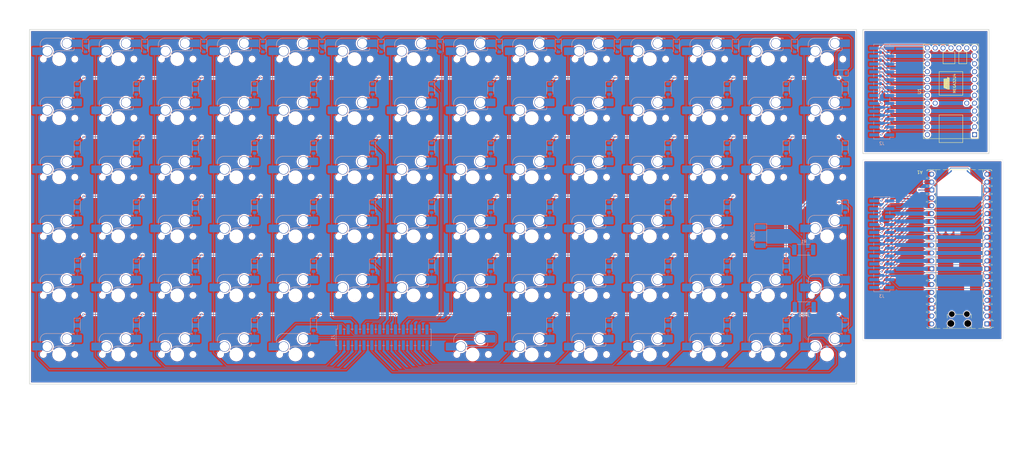
<source format=kicad_pcb>
(kicad_pcb (version 20241229) (generator "pcbnew") (generator_version "9.0")
  (layers (0 "F.Cu" signal) (2 "B.Cu" signal) (13 "F.Paste" user) (15 "B.Paste" user) (5 "F.SilkS" user "F.Silkscreen") (7 "B.SilkS" user "B.Silkscreen") (1 "F.Mask" user) (3 "B.Mask" user) (25 "Edge.Cuts" user))
  (net 0 "")
  (net 1 "Net-(D1-A)")
  (net 2 "Row1")
  (net 3 "Net-(D2-A)")
  (net 4 "Net-(D3-A)")
  (net 5 "Net-(D4-A)")
  (net 6 "Net-(D5-A)")
  (net 7 "Net-(D6-A)")
  (net 8 "Net-(D7-A)")
  (net 9 "Net-(D8-A)")
  (net 10 "Net-(D9-A)")
  (net 11 "Net-(D10-A)")
  (net 12 "Net-(D11-A)")
  (net 13 "Net-(D12-A)")
  (net 14 "Net-(D13-A)")
  (net 15 "Net-(D14-A)")
  (net 16 "Net-(D15-A)")
  (net 17 "Row2")
  (net 18 "Net-(D16-A)")
  (net 19 "Net-(D17-A)")
  (net 20 "Net-(D18-A)")
  (net 21 "Net-(D19-A)")
  (net 22 "Net-(D20-A)")
  (net 23 "Net-(D21-A)")
  (net 24 "Net-(D22-A)")
  (net 25 "Net-(D23-A)")
  (net 26 "Net-(D24-A)")
  (net 27 "Net-(D25-A)")
  (net 28 "Net-(D26-A)")
  (net 29 "Net-(D27-A)")
  (net 30 "Net-(D28-A)")
  (net 31 "Row3")
  (net 32 "Net-(D29-A)")
  (net 33 "Net-(D30-A)")
  (net 34 "Net-(D31-A)")
  (net 35 "Net-(D32-A)")
  (net 36 "Net-(D33-A)")
  (net 37 "Net-(D34-A)")
  (net 38 "Net-(D35-A)")
  (net 39 "Net-(D36-A)")
  (net 40 "Net-(D37-A)")
  (net 41 "Net-(D38-A)")
  (net 42 "Net-(D39-A)")
  (net 43 "Net-(D40-A)")
  (net 44 "Net-(D41-A)")
  (net 45 "Net-(D42-A)")
  (net 46 "Net-(D43-A)")
  (net 47 "Net-(D44-A)")
  (net 48 "Net-(D45-A)")
  (net 49 "Net-(D46-A)")
  (net 50 "Net-(D47-A)")
  (net 51 "Net-(D48-A)")
  (net 52 "Net-(D49-A)")
  (net 53 "Net-(D50-A)")
  (net 54 "Net-(D51-A)")
  (net 55 "Net-(D52-A)")
  (net 56 "Net-(D53-A)")
  (net 57 "Net-(D54-A)")
  (net 58 "Net-(D55-A)")
  (net 59 "Row5")
  (net 60 "Net-(D56-A)")
  (net 61 "Net-(D57-A)")
  (net 62 "Net-(D58-A)")
  (net 63 "Net-(D59-A)")
  (net 64 "Net-(D60-A)")
  (net 65 "Net-(D61-A)")
  (net 66 "Net-(D62-A)")
  (net 67 "Net-(D63-A)")
  (net 68 "Net-(D64-A)")
  (net 69 "Net-(D65-A)")
  (net 70 "Net-(D66-A)")
  (net 71 "Net-(D67-A)")
  (net 72 "Net-(D68-A)")
  (net 73 "Row6")
  (net 74 "Net-(D69-A)")
  (net 75 "adaptor2 Row1")
  (net 76 "adaptor2 Col13")
  (net 78 "adaptor2 Col5")
  (net 79 "adaptor2 Row3")
  (net 80 "adaptor2 GND")
  (net 81 "adaptor2 Col11")
  (net 82 "Col1")
  (net 83 "Col2")
  (net 84 "Col3")
  (net 85 "Col4")
  (net 86 "Col5")
  (net 87 "Col6")
  (net 88 "Col7")
  (net 89 "Col8")
  (net 90 "Col9")
  (net 91 "Col10")
  (net 92 "Col11")
  (net 93 "Col12")
  (net 94 "Col13")
  (net 95 "Col14")
  (net 96 "GND")
  (net 97 "LED")
  (net 101 "Net-(D56-K)")
  (net 102 "Row4")
  (net 111 "adaptor Col9")
  (net 112 "adaptor Col1")
  (net 113 "adaptor Col5")
  (net 114 "adaptor LED")
  (net 115 "adaptor Col7")
  (net 116 "adaptor Col11")
  (net 117 "adaptor Row1")
  (net 118 "adaptor Col13")
  (net 119 "adaptor Row4")
  (net 120 "adaptor Row5")
  (net 121 "adaptor Col10")
  (net 122 "adaptor Col6")
  (net 123 "adaptor GND")
  (net 124 "adaptor Col4")
  (net 125 "adaptor Col14")
  (net 126 "adaptor Row3")
  (net 127 "adaptor Col8")
  (net 128 "adaptor Col3")
  (net 129 "adaptor Col12")
  (net 130 "adaptor Row6")
  (net 131 "adaptor Col2")
  (net 132 "adaptor Row2")
  (net 137 "adaptor2 Col7")
  (net 138 "adaptor2 Row4")
  (net 139 "adaptor2 Col6")
  (net 141 "adaptor2 Col2")
  (net 142 "adaptor2 LED")
  (net 143 "adaptor2 Row6")
  (net 144 "adaptor2 Col4")
  (net 145 "adaptor2 Col8")
  (net 146 "adaptor2 Row5")
  (net 147 "adaptor2 Row2")
  (net 148 "adaptor2 Col12")
  (net 149 "adaptor2 Col9")
  (net 152 "adaptor2 Col1")
  (net 153 "adaptor2 Col14")
  (net 154 "adaptor2 Col3")
  (net 156 "adaptor2 Col10")
  (net 164 "Net-(D71-A)")
  (net 165 "Net-(D72-A)")
  (net 166 "Net-(D73-A)")
  (net 167 "Net-(D74-A)")
  (net 168 "Net-(D75-A)")
  (net 169 "Net-(D76-A)")
  (net 170 "Net-(D77-A)")
  (net 171 "Net-(D78-A)")
  (net 172 "Net-(D79-A)")
  (net 173 "Net-(D80-A)")
  (footprint "teensy:Teensy2.0" (layer "F.Cu") (at 325.7 48.5 90)
    (property "Reference" "U1")
    (property "Value" "Teensy2.0_(C)")
  )
  (footprint "Module:RaspberryPi_Pico_Common_Unspecified" (layer "F.Cu") (at 328.39 99.36 180)
    (property "Reference" "A1")
    (property "Value" "RaspberryPi_Pico")
  )
  (footprint "Diode_SMD:D_SOD-123" (layer "B.Cu") (at 196.35 85.9 -90)
    (property "Reference" "D47" (hide yes))
    (property "Value" "1N4148" (hide yes))
  )
  (footprint "Diode_SMD:D_SOD-123" (layer "B.Cu") (at 160.964824 34.12978 -90)
    (property "Reference" "D8" (hide yes))
    (property "Value" "1N4148" (hide yes))
  )
  (footprint "PCM_marbastlib-mx:SW_MX_HS_CPG151101S11_1u" (layer "B.Cu") (at 57.15 38.1 180)
    (property "Reference" "MX13" (hide yes))
    (property "Value" "F1" (hide yes))
  )
  (footprint "Diode_SMD:D_SOD-123" (layer "B.Cu") (at 253.5 66.85 -90)
    (property "Reference" "D19" (hide yes))
    (property "Value" "1N4148" (hide yes))
  )
  (footprint "PCM_marbastlib-mx:SW_MX_HS_CPG151101S11_1u" (layer "B.Cu") (at 114.3 95.25 180)
    (property "Reference" "MX60" (hide yes))
    (property "Value" "F" (hide yes))
  )
  (footprint "PCM_marbastlib-mx:SW_MX_HS_CPG151101S11_1u" (layer "B.Cu") (at 228.6 76.2 180)
    (property "Reference" "MX33" (hide yes))
    (property "Value" "P" (hide yes))
  )
  (footprint "Diode_SMD:D_SOD-123" (layer "B.Cu") (at 196.35 104.95 -90)
    (property "Reference" "D61" (hide yes))
    (property "Value" "1N4148" (hide yes))
  )
  (footprint "Diode_SMD:D_SOD-123" (layer "B.Cu") (at 122.864824 34.12978 -90)
    (property "Reference" "D10" (hide yes))
    (property "Value" "1N4148" (hide yes))
  )
  (footprint "PCM_marbastlib-mx:SW_MX_HS_CPG151101S11_1u" (layer "B.Cu") (at 114.3 114.3 180)
    (property "Reference" "MX61" (hide yes))
    (property "Value" "V" (hide yes))
  )
  (footprint "Diode_SMD:D_SOD-123" (layer "B.Cu") (at 291.6 66.85 -90)
    (property "Reference" "D15" (hide yes))
    (property "Value" "1N4148" (hide yes))
  )
  (footprint "PCM_marbastlib-mx:SW_MX_HS_CPG151101S11_1u" (layer "B.Cu") (at 266.7 114.3 180)
    (property "Reference" "MX45" (hide yes))
    (property "Value" "Up" (hide yes))
  )
  (footprint "Diode_SMD:D_SOD-123" (layer "B.Cu") (at 196.35 124 -90)
    (property "Reference" "D75" (hide yes))
    (property "Value" "1N4148" (hide yes))
  )
  (footprint "Diode_SMD:D_SOD-123" (layer "B.Cu") (at 63 104.95 -90)
    (property "Reference" "D68" (hide yes))
    (property "Value" "1N4148" (hide yes))
  )
  (footprint "Diode_SMD:D_SOD-123" (layer "B.Cu") (at 63 85.9 -90)
    (property "Reference" "D54" (hide yes))
    (property "Value" "1N4148" (hide yes))
  )
  (footprint "Diode_SMD:D_SOD-123" (layer "B.Cu") (at 63 124 -90)
    (property "Reference" "D79" (hide yes))
    (property "Value" "1N4148" (hide yes))
  )
  (footprint "PCM_marbastlib-mx:SW_MX_HS_CPG151101S11_1u" (layer "B.Cu") (at 152.4 76.2 180)
    (property "Reference" "MX37" (hide yes))
    (property "Value" "Z" (hide yes))
  )
  (footprint "Diode_SMD:D_SOD-123" (layer "B.Cu") (at 139.2 66.85 -90)
    (property "Reference" "D31" (hide yes))
    (property "Value" "1N4148" (hide yes))
  )
  (footprint "PCM_marbastlib-mx:SW_MX_HS_CPG151101S11_1u" (layer "B.Cu") (at 57.15 114.3 180)
    (property "Reference" "MX64" (hide yes))
    (property "Value" "Y" (hide yes))
  )
  (footprint "PCM_marbastlib-mx:SW_MX_HS_CPG151101S11_1u" (layer "B.Cu") (at 190.5 114.3 180)
    (property "Reference" "MX53" (hide yes))
    (property "Value" "," (hide yes))
  )
  (footprint "Diode_SMD:D_SOD-123" (layer "B.Cu") (at 139.2 85.9 -90)
    (property "Reference" "D50" (hide yes))
    (property "Value" "1N4148" (hide yes))
  )
  (footprint "Diode_SMD:D_SOD-123" (layer "B.Cu") (at 272.55 66.85 -90)
    (property "Reference" "D18" (hide yes))
    (property "Value" "1N4148" (hide yes))
  )
  (footprint "Diode_SMD:D_SOD-123" (layer "B.Cu") (at 253.5 124 -90)
    (property "Reference" "D73" (hide yes))
    (property "Value" "1N4148" (hide yes))
  )
  (footprint "Diode_SMD:D_SOD-123" (layer "B.Cu") (at 120.15 104.95 -90)
    (property "Reference" "D65" (hide yes))
    (property "Value" "1N4148" (hide yes))
  )
  (footprint "PCM_marbastlib-mx:SW_MX_HS_CPG151101S11_1u" (layer "B.Cu") (at 228.6 133.35 180)
    (property "Reference" "MX74" (hide yes))
    (property "Value" "Ctrl R" (hide yes))
  )
  (footprint "Diode_SMD:D_SOD-123" (layer "B.Cu") (at 120.15 124 -90)
    (property "Reference" "D76" (hide yes))
    (property "Value" "1N4148" (hide yes))
  )
  (footprint "PCM_marbastlib-mx:SW_MX_HS_CPG151101S11_1u" (layer "B.Cu") (at 171.45 38.1 180)
    (property "Reference" "MX7" (hide yes))
    (property "Value" "F7" (hide yes))
  )
  (footprint "Diode_SMD:D_SOD-123" (layer "B.Cu") (at 272.55 104.95 -90)
    (property "Reference" "D57" (hide yes))
    (property "Value" "1N4148" (hide yes))
  )
  (footprint "Diode_SMD:D_SOD-123" (layer "B.Cu") (at 63 66.85 -90)
    (property "Reference" "D39" (hide yes))
    (property "Value" "1N4148" (hide yes))
  )
  (footprint "Diode_SMD:D_SOD-123" (layer "B.Cu") (at 291.6 124 -90)
    (property "Reference" "D70" (hide yes))
    (property "Value" "1N4148" (hide yes))
  )
  (footprint "Resistor_SMD:R_2512_6332Metric_Pad1.40x3.35mm_HandSolder" (layer "B.Cu") (at 278.389074 118.099999)
    (property "Reference" "JP66")
    (property "Value" "Jumper")
  )
  (footprint "Diode_SMD:D_SOD-123" (layer "B.Cu") (at 199.064824 34.12978 -90)
    (property "Reference" "D6" (hide yes))
    (property "Value" "1N4148" (hide yes))
  )
  (footprint "Diode_SMD:D_SOD-123" (layer "B.Cu") (at 215.4 85.9 -90)
    (property "Reference" "D46" (hide yes))
    (property "Value" "1N4148" (hide yes))
  )
  (footprint "PCM_marbastlib-mx:SW_MX_HS_CPG151101S11_1u" (layer "B.Cu") (at 209.55 114.3 180)
    (property "Reference" "MX51" (hide yes))
    (property "Value" "." (hide yes))
  )
  (footprint "Diode_SMD:D_SOD-123" (layer "B.Cu") (at 215.4 66.85 -90)
    (property "Reference" "D24" (hide yes))
    (property "Value" "1N4148" (hide yes))
  )
  (footprint "Diode_SMD:D_SOD-123" (layer "B.Cu") (at 43.95 124 -90)
    (property "Reference" "D80" (hide yes))
    (property "Value" "1N4148" (hide yes))
  )
  (footprint "PCM_marbastlib-mx:SW_MX_HS_CPG151101S11_1u" (layer "B.Cu") (at 76.2 133.35 180)
    (property "Reference" "MX80" (hide yes))
    (property "Value" "Alt L" (hide yes))
  )
  (footprint "PCM_marbastlib-mx:SW_MX_HS_CPG151101S11_1u" (layer "B.Cu") (at 285.75 95.25 180)
    (property "Reference" "MX43" (hide yes))
    (property "Value" "Return" (hide yes))
  )
  (footprint "PCM_marbastlib-mx:SW_MX_HS_CPG151101S11_1u" (layer "B.Cu") (at 190.5 133.35 180)
    (property "Reference" "MX75" (hide yes))
    (property "Value" "Alt R" (hide yes))
  )
  (footprint "PCM_marbastlib-mx:SW_MX_HS_CPG151101S11_1u" (layer "B.Cu") (at 152.4 95.25 180)
    (property "Reference" "MX58" (hide yes))
    (property "Value" "H" (hide yes))
  )
  (footprint "PCM_marbastlib-mx:SW_MX_HS_CPG151101S11_1u" (layer "B.Cu") (at 152.4 57.15 180)
    (property "Reference" "MX23" (hide yes))
    (property "Value" "6" (hide yes))
  )
  (footprint "PCM_marbastlib-mx:SW_MX_HS_CPG151101S11_1u" (layer "B.Cu") (at 95.25 133.35 180)
    (property "Reference" "MX78" (hide yes))
    (property "Value" "Fn" (hide yes))
  )
  (footprint "Diode_SMD:D_SOD-123" (layer "B.Cu") (at 275.264824 34.12978 -90)
    (property "Reference" "D2" (hide yes))
    (property "Value" "1N4148" (hide yes))
  )
  (footprint "PCM_marbastlib-mx:SW_MX_HS_CPG151101S11_1u" (layer "B.Cu") (at 228.6 57.15 180)
    (property "Reference" "MX19" (hide yes))
    (property "Value" "0" (hide yes))
  )
  (footprint "PCM_marbastlib-mx:SW_MX_HS_CPG151101S11_1u" (layer "B.Cu") (at 190.5 38.1 180)
    (property "Reference" "MX6" (hide yes))
    (property "Value" "F8" (hide yes))
  )
  (footprint "Diode_SMD:D_SOD-123" (layer "B.Cu") (at 177.3 85.9 -90)
    (property "Reference" "D49" (hide yes))
    (property "Value" "1N4148" (hide yes))
  )
  (footprint "PCM_marbastlib-mx:SW_MX_HS_CPG151101S11_1u" (layer "B.Cu") (at 209.55 133.35 180)
    (property "Reference" "MX73" (hide yes))
    (property "Value" "Cmd R" (hide yes))
  )
  (footprint "PCM_marbastlib-mx:SW_MX_HS_CPG151101S11_1u" (layer "B.Cu") (at 190.5 57.15 180)
    (property "Reference" "MX20" (hide yes))
    (property "Value" "8" (hide yes))
  )
  (footprint "PCM_marbastlib-mx:SW_MX_HS_CPG151101S11_1u" (layer "B.Cu") (at 57.15 95.25 180)
    (property "Reference" "MX67" (hide yes))
    (property "Value" "A" (hide yes))
  )
  (footprint "PCM_marbastlib-mx:SW_MX_HS_CPG151101S11_1u" (layer "B.Cu") (at 209.55 76.2 180)
    (property "Reference" "MX32" (hide yes))
    (property "Value" "O" (hide yes))
  )
  (footprint "PCM_marbastlib-mx:SW_MX_HS_CPG151101S11_1u" (layer "B.Cu") (at 152.4 114.3 180)
    (property "Reference" "MX56" (hide yes))
    (property "Value" "N" (hide yes))
  )
  (footprint "Diode_SMD:D_SOD-123" (layer "B.Cu") (at 290.23 42.6 180)
    (property "Reference" "D1" (hide yes))
    (property "Value" "1N4148" (hide yes))
  )
  (footprint "PCM_marbastlib-mx:SW_MX_HS_CPG151101S11_1u" (layer "B.Cu") (at 152.4 38.1 180)
    (property "Reference" "MX8" (hide yes))
    (property "Value" "F6" (hide yes))
  )
  (footprint "Diode_SMD:D_SOD-123" (layer "B.Cu") (at 158.25 104.95 -90)
    (property "Reference" "D62" (hide yes))
    (property "Value" "1N4148" (hide yes))
  )
  (footprint "Diode_SMD:D_SOD-123" (layer "B.Cu") (at 272.55 124 -90)
    (property "Reference" "D71" (hide yes))
    (property "Value" "1N4148" (hide yes))
  )
  (footprint "PCM_marbastlib-mx:SW_MX_HS_CPG151101S11_1u" (layer "B.Cu") (at 285.75 133.35 180)
    (property "Reference" "MX70" (hide yes))
    (property "Value" "Right" (hide yes))
  )
  (footprint "PCM_marbastlib-mx:SW_MX_HS_CPG151101S11_1u" (layer "B.Cu") (at 114.3 38.1 180)
    (property "Reference" "MX10" (hide yes))
    (property "Value" "F4" (hide yes))
  )
  (footprint "Diode_SMD:D_SOD-123" (layer "B.Cu") (at 120.15 66.85 -90)
    (property "Reference" "D33" (hide yes))
    (property "Value" "1N4148" (hide yes))
  )
  (footprint "PCM_marbastlib-mx:SW_MX_HS_CPG151101S11_1u" (layer "B.Cu") (at 171.45 76.2 180)
    (property "Reference" "MX35" (hide yes))
    (property "Value" "U" (hide yes))
  )
  (footprint "PCM_marbastlib-mx:SW_MX_HS_CPG151101S11_1u" (layer "B.Cu") (at 133.35 95.25 180)
    (property "Reference" "MX59" (hide yes))
    (property "Value" "G" (hide yes))
  )
  (footprint "PCM_marbastlib-mx:SW_MX_HS_CPG151101S11_1u" (layer "B.Cu") (at 114.3 57.15 180)
    (property "Reference" "MX24" (hide yes))
    (property "Value" "4" (hide yes))
  )
  (footprint "PCM_marbastlib-mx:SW_MX_HS_CPG151101S11_1u" (layer "B.Cu") (at 190.5 95.25 180)
    (property "Reference" "MX52" (hide yes))
    (property "Value" "K" (hide yes))
  )
  (footprint "PCM_marbastlib-mx:SW_MX_HS_CPG151101S11_1u" (layer "B.Cu") (at 247.65 95.25 180)
    (property "Reference" "MX46" (hide yes))
    (property "Value" "'" (hide yes))
  )
  (footprint "PCM_marbastlib-mx:SW_MX_HS_CPG151101S11_1u" (layer "B.Cu") (at 114.3 133.35 180)
    (property "Reference" "MX77" (hide yes))
    (property "Value" "Space" (hide yes))
  )
  (footprint "PCM_marbastlib-mx:SW_MX_HS_CPG151101S11_1u" (layer "B.Cu") (at 266.7 76.2 180)
    (property "Reference" "MX30" (hide yes))
    (property "Value" "]" (hide yes))
  )
  (footprint "Diode_SMD:D_SOD-123" (layer "B.Cu") (at 253.5 47.8 -90)
    (property "Reference" "D20" (hide yes))
    (property "Value" "1N4148" (hide yes))
  )
  (footprint "PCM_marbastlib-mx:SW_MX_HS_CPG151101S11_1u" (layer "B.Cu") (at 95.25 57.15 180)
    (property "Reference" "MX25" (hide yes))
    (property "Value" "3" (hide yes))
  )
  (footprint "PCM_marbastlib-mx:SW_MX_HS_CPG151101S11_1u" (layer "B.Cu") (at 133.35 76.2 180)
    (property "Reference" "MX36" (hide yes))
    (property "Value" "T" (hide yes))
  )
  (footprint "Diode_SMD:D_SOD-123" (layer "B.Cu") (at 120.15 47.8 -90)
    (property "Reference" "D34" (hide yes))
    (property "Value" "1N4148" (hide yes))
  )
  (footprint "PCM_marbastlib-mx:SW_MX_HS_CPG151101S11_1u" (layer "B.Cu") (at 133.35 114.3 180)
    (property "Reference" "MX57" (hide yes))
    (property "Value" "B" (hide yes))
  )
  (footprint "Diode_SMD:D_SOD-123" (layer "B.Cu") (at 196.35 66.85 -90)
    (property "Reference" "D25" (hide yes))
    (property "Value" "1N4148" (hide yes))
  )
  (footprint "PCM_marbastlib-mx:SW_MX_HS_CPG151101S11_1u" (layer "B.Cu") (at 114.3 76.2 180)
    (property "Reference" "MX38" (hide yes))
    (property "Value" "R" (hide yes))
  )
  (footprint "Diode_SMD:D_SOD-123" (layer "B.Cu") (at 141.914824 34.12978 -90)
    (property "Reference" "D9" (hide yes))
    (property "Value" "1N4148" (hide yes))
  )
  (footprint "PCM_marbastlib-mx:SW_MX_HS_CPG151101S11_1u" (layer "B.Cu") (at 228.6 114.3 180)
    (property "Reference" "MX50" (hide yes))
    (property "Value" "/" (hide yes))
  )
  (footprint "Diode_SMD:D_SOD-123" (layer "B.Cu") (at 256.214824 34.12978 -90)
    (property "Reference" "D3" (hide yes))
    (property "Value" "1N4148" (hide yes))
  )
  (footprint "Diode_SMD:D_SOD-123" (layer "B.Cu") (at 101.1 124 -90)
    (property "Reference" "D77" (hide yes))
    (property "Value" "1N4148" (hide yes))
  )
  (footprint "Diode_SMD:D_SOD-123" (layer "B.Cu") (at 253.5 104.95 -90)
    (property "Reference" "D59" (hide yes))
    (property "Value" "1N4148" (hide yes))
  )
  (footprint "PCM_marbastlib-mx:SW_MX_HS_CPG151101S11_1u" (layer "B.Cu") (at 57.15 76.2 180)
    (property "Reference" "MX40" (hide yes))
    (property "Value" "Q" (hide yes))
  )
  (footprint "Diode_SMD:D_SOD-123" (layer "B.Cu") (at 82.05 104.95 -90)
    (property "Reference" "D66" (hide yes))
    (property "Value" "1N4148" (hide yes))
  )
  (footprint "PCM_marbastlib-mx:SW_MX_HS_CPG151101S11_1u" (layer "B.Cu") (at 38.1 76.2 180)
    (property "Reference" "MX42" (hide yes))
    (property "Value" "Tab" (hide yes))
  )
  (footprint "PCM_marbastlib-mx:SW_MX_HS_CPG151101S11_1u" (layer "B.Cu") (at 38.1 57.15 180)
    (property "Reference" "MX28" (hide yes))
    (property "Value" "`" (hide yes))
  )
  (footprint "PCM_marbastlib-mx:SW_MX_HS_CPG151101S11_1u" (layer "B.Cu") (at 171.45 133.35 180)
    (property "Reference" "MX76" (hide yes))
    (property "Value" "Space" (hide yes))
  )
  (footprint "PCM_marbastlib-mx:SW_MX_HS_CPG151101S11_1u" (layer "B.Cu") (at 133.35 57.15 180)
    (property "Reference" "MX22" (hide yes))
    (property "Value" "5" (hide yes))
  )
  (footprint "Diode_SMD:D_SOD-123" (layer "B.Cu") (at 177.3 104.95 -90)
    (property "Reference" "D63" (hide yes))
    (property "Value" "1N4148" (hide yes))
  )
  (footprint "Diode_SMD:D_SOD-123" (layer "B.Cu") (at 158.25 47.8 -90)
    (property "Reference" "D27" (hide yes))
    (property "Value" "1N4148" (hide yes))
  )
  (footprint "Diode_SMD:D_SOD-123" (layer "B.Cu") (at 177.3 66.85 -90)
    (property "Reference" "D28" (hide yes))
    (property "Value" "1N4148" (hide yes))
  )
  (footprint "Diode_SMD:D_SOD-123" (layer "B.Cu") (at 291.6 47.8 -90)
    (property "Reference" "D16" (hide yes))
    (property "Value" "1N4148" (hide yes))
  )
  (footprint "Diode_SMD:D_SOD-123" (layer "B.Cu") (at 101.1 66.85 -90)
    (property "Reference" "D35" (hide yes))
    (property "Value" "1N4148" (hide yes))
  )
  (footprint "Diode_SMD:D_SOD-123" (layer "B.Cu") (at 158.25 85.9 -90)
    (property "Reference" "D48" (hide yes))
    (property "Value" "1N4148" (hide yes))
  )
  (footprint "Diode_SMD:D_SOD-123" (layer "B.Cu") (at 101.1 104.95 -90)
    (property "Reference" "D67" (hide yes))
    (property "Value" "1N4148" (hide yes))
  )
  (footprint "PCM_marbastlib-mx:SW_MX_HS_CPG151101S11_1u" (layer "B.Cu") (at 95.25 76.2 180)
    (property "Reference" "MX39" (hide yes))
    (property "Value" "E" (hide yes))
  )
  (footprint "PCM_marbastlib-mx:SW_MX_HS_CPG151101S11_1u" (layer "B.Cu") (at 285.75 76.2 180)
    (property "Reference" "MX29" (hide yes))
    (property "Value" "\\" (hide yes))
  )
  (footprint "PCM_marbastlib-mx:SW_MX_HS_CPG151101S11_1u" (layer "B.Cu") (at 247.65 57.15 180)
    (property "Reference" "MX17" (hide yes))
    (property "Value" "-" (hide yes))
  )
  (footprint "PCM_marbastlib-mx:SW_MX_HS_CPG151101S11_1u" (layer "B.Cu") (at 209.55 95.25 180)
    (property "Reference" "MX48" (hide yes))
    (property "Value" "L" (hide yes))
  )
  (footprint "Diode_SMD:D_SOD-123" (layer "B.Cu") (at 234.45 104.95 -90)
    (property "Reference" "D58" (hide yes))
    (property "Value" "1N4148" (hide yes))
  )
  (footprint "PCM_marbastlib-mx:SW_MX_HS_CPG151101S11_1u" (layer "B.Cu") (at 76.2 76.2 180)
    (property "Reference" "MX41" (hide yes))
    (property "Value" "W" (hide yes))
  )
  (footprint "Diode_SMD:D_SOD-123" (layer "B.Cu") (at 272.55 47.8 -90)
    (property "Reference" "D17" (hide yes))
    (property "Value" "1N4148" (hide yes))
  )
  (footprint "PCM_marbastlib-mx:SW_MX_HS_CPG151101S11_1u" (layer "B.Cu") (at 57.15 57.15 180)
    (property "Reference" "MX26" (hide yes))
    (property "Value" "1" (hide yes))
  )
  (footprint "PCM_marbastlib-mx:SW_MX_HS_CPG151101S11_1u" (layer "B.Cu") (at 285.75 38.1 180)
    (property "Reference" "MX1" (hide yes))
    (property "Value" "Eject" (hide yes))
  )
  (footprint "PCM_marbastlib-mx:SW_MX_HS_CPG151101S11_1u" (layer "B.Cu") (at 38.1 95.25 180)
    (property "Reference" "MX68" (hide yes))
    (property "Value" "Caps Lock" (hide yes))
  )
  (footprint "Diode_SMD:D_SOD-123" (layer "B.Cu") (at 215.4 47.8 -90)
    (property "Reference" "D23" (hide yes))
    (property "Value" "1N4148" (hide yes))
  )
  (footprint "Diode_SMD:D_SOD-123" (layer "B.Cu") (at 196.35 47.8 -90)
    (property "Reference" "D26" (hide yes))
    (property "Value" "1N4148" (hide yes))
  )
  (footprint "Connector_PinHeader_2.54mm:PinHeader_2x12_P2.54mm_Vertical_SMD" (layer "B.Cu") (at 142.76 127.825 -90)
    (property "Reference" "J1")
    (property "Value" "Conn_02x12_Odd_Even")
  )
  (footprint "PCM_marbastlib-mx:SW_MX_HS_CPG151101S11_1u" (layer "B.Cu") (at 209.55 38.1 180)
    (property "Reference" "MX4" (hide yes))
    (property "Value" "F9" (hide yes))
  )
  (footprint "PCM_marbastlib-mx:SW_MX_HS_CPG151101S11_1u" (layer "B.Cu") (at 95.25 95.25 180)
    (property "Reference" "MX63" (hide yes))
    (property "Value" "D" (hide yes))
  )
  (footprint "Diode_SMD:D_SOD-123" (layer "B.Cu") (at 43.95 47.8 -90)
    (property "Reference" "D42" (hide yes))
    (property "Value" "1N4148" (hide yes))
  )
  (footprint "Diode_SMD:D_SOD-123" (layer "B.Cu") (at 82.05 86.14978 -90)
    (property "Reference" "D53" (hide yes))
    (property "Value" "1N4148" (hide yes))
  )
  (footprint "Diode_SMD:D_SOD-123" (layer "B.Cu") (at 84.764824 34.12978 -90)
    (property "Reference" "D12" (hide yes))
    (property "Value" "1N4148" (hide yes))
  )
  (footprint "Diode_SMD:D_SOD-123" (layer "B.Cu") (at 101.08 47.75 -90)
    (property "Reference" "D36" (hide yes))
    (property "Value" "1N4148" (hide yes))
  )
  (footprint "PCM_marbastlib-mx:SW_MX_HS_CPG151101S11_1u" (layer "B.Cu") (at 95.25 114.3 180)
    (property "Reference" "MX62" (hide yes))
    (property "Value" "C" (hide yes))
  )
  (footprint "PCM_marbastlib-mx:SW_MX_HS_CPG151101S11_1u" (layer "B.Cu") (at 38.1 38.1 180)
    (property "Reference" "MX14" (hide yes))
    (property "Value" "Esc" (hide yes))
  )
  (footprint "PCM_marbastlib-mx:SW_MX_HS_CPG151101S11_1u" (layer "B.Cu") (at 247.65 76.2 180)
    (property "Reference" "MX31" (hide yes))
    (property "Value" "[" (hide yes))
  )
  (footprint "Connector_PinSocket_2.54mm:PinSocket_2x12_P2.54mm_Vertical_SMD" (layer "B.Cu") (at 303.405 97.805)
    (property "Reference" "J3")
    (property "Value" "Conn_02x12_Odd_Even" (hide yes))
  )
  (footprint "Diode_SMD:D_SOD-123" (layer "B.Cu") (at 139.2 104.95 -90)
    (property "Reference" "D64" (hide yes))
    (property "Value" "1N4148" (hide yes))
  )
  (footprint "Diode_SMD:D_SOD-123" (layer "B.Cu") (at 65.714824 34.12978 -90)
    (property "Reference" "D13" (hide yes))
    (property "Value" "1N4148" (hide yes))
  )
  (footprint "Diode_SMD:D_SOD-123" (layer "B.Cu") (at 82.05 66.85 -90)
    (property "Reference" "D38" (hide yes))
    (property "Value" "1N4148" (hide yes))
  )
  (footprint "Diode_SMD:D_SOD-123" (layer "B.Cu") (at 237.164824 34.12978 -90)
    (property "Reference" "D4" (hide yes))
    (property "Value" "1N4148" (hide yes))
  )
  (footprint "Diode_SMD:D_SOD-123" (layer "B.Cu") (at 234.45 66.85 -90)
    (property "Reference" "D21" (hide yes))
    (property "Value" "1N4148" (hide yes))
  )
  (footprint "PCM_marbastlib-mx:SW_MX_HS_CPG151101S11_1u" (layer "B.Cu") (at 171.45 95.25 180)
    (property "Reference" "MX55" (hide yes))
    (property "Value" "J" (hide yes))
  )
  (footprint "PCM_marbastlib-mx:SW_MX_HS_CPG151101S11_1u" (layer "B.Cu") (at 171.45 57.15 180)
    (property "Reference" "MX21" (hide yes))
    (property "Value" "7" (hide yes))
  )
  (footprint "PCM_marbastlib-mx:SW_MX_HS_CPG151101S11_1u" (layer "B.Cu") (at 285.75 114.3 180)
    (property "Reference" "MX44" (hide yes))
    (property "Value" "Return" (hide yes))
  )
  (footprint "Diode_SMD:D_SOD-123" (layer "B.Cu") (at 43.95 66.85 -90)
    (property "Reference" "D41" (hide yes))
    (property "Value" "1N4148" (hide yes))
  )
  (footprint "Diode_SMD:D_SOD-123" (layer "B.Cu") (at 234.45 124 -90)
    (property "Reference" "D72" (hide yes))
    (property "Value" "1N4148" (hide yes))
  )
  (footprint "Diode_SMD:D_SOD-123" (layer "B.Cu") (at 82.05 47.8 -90)
    (property "Reference" "D37" (hide yes))
    (property "Value" "1N4148" (hide yes))
  )
  (footprint "Resistor_SMD:R_2512_6332Metric_Pad1.40x3.35mm_HandSolder" (layer "B.Cu") (at 278.23 99.6 180)
    (property "Reference" "R1")
    (property "Value" "250R")
  )
  (footprint "PCM_marbastlib-mx:SW_MX_HS_CPG151101S11_1u" (layer "B.Cu") (at 247.65 38.1 180)
    (property "Reference" "MX3" (hide yes))
    (property "Value" "F11" (hide yes))
  )
  (footprint "Diode_SMD:D_SOD-123" (layer "B.Cu") (at 234.45 47.8 -90)
    (property "Reference" "D22" (hide yes))
    (property "Value" "1N4148" (hide yes))
  )
  (footprint "Diode_SMD:D_SOD-123" (layer "B.Cu") (at 44.08 104.75 -90)
    (property "Reference" "D69" (hide yes))
    (property "Value" "1N4148" (hide yes))
  )
  (footprint "PCM_marbastlib-mx:SW_MX_HS_CPG151101S11_1u" (layer "B.Cu") (at 76.2 38.1 180)
    (property "Reference" "MX12" (hide yes))
    (property "Value" "F2" (hide yes))
  )
  (footprint "Diode_SMD:D_SOD-123" (layer "B.Cu") (at 103.814824 34.12978 -90)
    (property "Reference" "D11" (hide yes))
    (property "Value" "1N4148" (hide yes))
  )
  (footprint "PCM_marbastlib-mx:SW_MX_HS_CPG151101S11_1u" (layer "B.Cu") (at 190.5 76.2 180)
    (property "Reference" "MX34" (hide yes))
    (property "Value" "I" (hide yes))
  )
  (footprint "Diode_SMD:D_SOD-123" (layer "B.Cu") (at 82.05 124 -90)
    (property "Reference" "D78" (hide yes))
    (property "Value" "1N4148" (hide yes))
  )
  (footprint "Diode_SMD:D_SOD-123" (layer "B.Cu") (at 158.25 66.85 -90)
    (property "Reference" "D29" (hide yes))
    (property "Value" "1N4148" (hide yes))
  )
  (footprint "Diode_SMD:D_SOD-123" (layer "B.Cu") (at 120.15 85.9 -90)
    (property "Reference" "D51" (hide yes))
    (property "Value" "1N4148" (hide yes))
  )
  (footprint "Diode_SMD:D_SOD-123" (layer "B.Cu") (at 215.4 104.95 -90)
    (property "Reference" "D60" (hide yes))
    (property "Value" "1N4148" (hide yes))
  )
  (footprint "Diode_SMD:D_SOD-123" (layer "B.Cu") (at 43.95 85.9 -90)
    (property "Reference" "D55" (hide yes))
    (property "Value" "1N4148" (hide yes))
  )
  (footprint "Diode_SMD:D_SOD-123" (layer "B.Cu") (at 218.114824 34.12978 -90)
    (property "Reference" "D5" (hide yes))
    (property "Value" "1N4148" (hide yes))
  )
  (footprint "PCM_marbastlib-mx:SW_MX_HS_CPG151101S11_1u" (layer "B.Cu") (at 266.7 38.1 180)
    (property "Reference" "MX2" (hide yes))
    (property "Value" "F12" (hide yes))
  )
  (footprint "Connector_PinSocket_2.54mm:PinSocket_2x12_P2.54mm_Vertical_SMD" (layer "B.Cu") (at 303.405 48.575)
    (property "Reference" "J2")
    (property "Value" "Conn_02x12_Odd_Even")
  )
  (footprint "Diode_SMD:D_SOD-123" (layer "B.Cu") (at 101.1 85.9 -90)
    (property "Reference" "D52" (hide yes))
    (property "Value" "1N4148" (hide yes))
  )
  (footprint "Diode_SMD:D_SOD-123" (layer "B.Cu") (at 291.6 85.9 -90)
    (property "Reference" "D43" (hide yes))
    (property "Value" "1N4148" (hide yes))
  )
  (footprint "PCM_marbastlib-mx:SW_MX_HS_CPG151101S11_1u" (layer "B.Cu") (at 228.6 95.25 180)
    (property "Reference" "MX49" (hide yes))
    (property "Value" ";" (hide yes))
  )
  (footprint "PCM_marbastlib-mx:SW_MX_HS_CPG151101S11_1u" (layer "B.Cu") (at 76.2 114.3 180)
    (property "Reference" "MX66" (hide yes))
    (property "Value" "X" (hide yes))
  )
  (footprint "Diode_SMD:D_SOD-123" (layer "B.Cu") (at 180.014824 34.12978 -90)
    (property "Reference" "D7" (hide yes))
    (property "Value" "1N4148" (hide yes))
  )
  (footprint "PCM_marbastlib-mx:SW_MX_HS_CPG151101S11_1u" (layer "B.Cu") (at 266.7 57.15 180)
    (property "Reference" "MX16" (hide yes))
    (property "Value" "=" (hide yes))
  )
  (footprint "PCM_marbastlib-mx:SW_MX_HS_CPG151101S11_1u" (layer "B.Cu") (at 228.6 38.1 180)
    (property "Reference" "MX5" (hide yes))
    (property "Value" "F10" (hide yes))
  )
  (footprint "Diode_SMD:D_SOD-123" (layer "B.Cu") (at 63 47.8 -90)
    (property "Reference" "D40" (hide yes))
    (property "Value" "1N4148" (hide yes))
  )
  (footprint "Diode_SMD:D_SOD-123" (layer "B.Cu") (at 139.2 47.8 -90)
    (property "Reference" "D32" (hide yes))
    (property "Value" "1N4148" (hide yes))
  )
  (footprint "Diode_SMD:D_SOD-123" (layer "B.Cu") (at 46.664824 34.12978 -90)
    (property "Reference" "D14" (hide yes))
    (property "Value" "1N4148" (hide yes))
  )
  (footprint "PCM_marbastlib-mx:SW_MX_HS_CPG151101S11_1u" (layer "B.Cu") (at 57.15 133.35 180)
    (property "Reference" "MX79" (hide yes))
    (property "Value" "Cmd L" (hide yes))
  )
  (footprint "PCM_marbastlib-mx:SW_MX_HS_CPG151101S11_1u" (layer "B.Cu") (at 38.1 114.3 180)
    (property "Reference" "MX69" (hide yes))
    (property "Value" "Shift L" (hide yes))
  )
  (footprint "PCM_marbastlib-mx:SW_MX_HS_CPG151101S11_1u" (layer "B.Cu") (at 38.1 133.35 180)
    (property "Reference" "MX81" (hide yes))
    (property "Value" "Ctrl L" (hide yes))
  )
  (footprint "Diode_SMD:D_SOD-123" (layer "B.Cu") (at 234.45 85.9 -90)
    (property "Reference" "D45" (hide yes))
    (property "Value" "1N4148" (hide yes))
  )
  (footprint "PCM_marbastlib-mx:SW_MX_HS_CPG151101S11_1u" (layer "B.Cu") (at 76.2 57.15 180)
    (property "Reference" "MX27" (hide yes))
    (property "Value" "2" (hide yes))
  )
  (footprint "PCM_marbastlib-mx:SW_MX_HS_CPG151101S11_1u" (layer "B.Cu") (at 247.65 133.35 180)
    (property "Reference" "MX72" (hide yes))
    (property "Value" "Left" (hide yes))
  )
  (footprint "PCM_marbastlib-mx:SW_MX_HS_CPG151101S11_1u" (layer "B.Cu") (at 209.55 57.15 180)
    (property "Reference" "MX18" (hide yes))
    (property "Value" "9" (hide yes))
  )
  (footprint "PCM_marbastlib-mx:SW_MX_HS_CPG151101S11_1u" (layer "B.Cu") (at 171.45 114.3 180)
    (property "Reference" "MX54" (hide yes))
    (property "Value" "M" (hide yes))
  )
  (footprint "PCM_marbastlib-mx:SW_MX_HS_CPG151101S11_1u" (layer "B.Cu") (at 76.2 95.25 180)
    (property "Reference" "MX65" (hide yes))
    (property "Value" "S" (hide yes))
  )
  (footprint "PCM_marbastlib-mx:SW_MX_HS_CPG151101S11_1u" (layer "B.Cu") (at 95.25 38.1 180)
    (property "Reference" "MX11" (hide yes))
    (property "Value" "F3" (hide yes))
  )
  (footprint "PCM_marbastlib-mx:SW_MX_HS_CPG151101S11_1u" (layer "B.Cu") (at 266.7 133.35 180)
    (property "Reference" "MX71" (hide yes))
    (property "Value" "Down" (hide yes))
  )
  (footprint "Diode_SMD:D_SOD-123" (layer "B.Cu") (at 177.3 47.8 -90)
    (property "Reference" "D30" (hide yes))
    (property "Value" "1N4148" (hide yes))
  )
  (footprint "PCM_marbastlib-mx:SW_MX_HS_CPG151101S11_1u" (layer "B.Cu") (at 285.75 57.15 180)
    (property "Reference" "MX15" (hide yes))
    (property "Value" "Backspace" (hide yes))
  )
  (footprint "LED_SMD:LED_2512_6332Metric_Pad1.52x3.35mm_HandSolder" (layer "B.Cu") (at 264.31875 95.25 -90)
    (property "Reference" "D56")
    (property "Value" "LED")
  )
  (footprint "Diode_SMD:D_SOD-123" (layer "B.Cu") (at 215.4 124 -90)
    (property "Reference" "D74" (hide yes))
    (property "Value" "1N4148" (hide yes))
  )
  (footprint "PCM_marbastlib-mx:SW_MX_HS_CPG151101S11_1u" (layer "B.Cu") (at 133.35 38.1 180)
    (property "Reference" "MX9" (hide yes))
    (property "Value" "F5" (hide yes))
  )
  (footprint "Diode_SMD:D_SOD-123" (layer "B.Cu") (at 253.5 85.9 -90)
    (property "Reference" "D44" (hide yes))
    (property "Value" "1N4148" (hide yes))
  )
  (footprint "PCM_marbastlib-mx:SW_MX_HS_CPG151101S11_1u" (layer "B.Cu") (at 247.65 114.3 180)
    (property "Reference" "MX47" (hide yes))
    (property "Value" "Shift R" (hide yes))
  )
  (gr_rect (start 297.275 28.575) (end 337.955 68.575) (stroke (width 0.2)) (fill no) (layer "Edge.Cuts"))
  (gr_rect (start 28.575 28.575) (end 295.275 142.875) (stroke (width 0.2)) (fill no) (layer "Edge.Cuts"))
  (gr_rect (start 297.275 70.575) (end 342.454027 128.875) (stroke (width 0.05)) (fill no) (layer "Edge.Cuts"))
  (segment (start 288.58 42.6) (end 288.58 36.28) (width 0.2) (layer "B.Cu") (net 1))
  (segment (start 288.58 36.28) (end 291.84 33.02) (width 0.2) (layer "B.Cu") (net 1))
  (segment (start 293.73 40.75) (end 293.73 31.6) (width 0.2) (layer "B.Cu") (net 2))
  (segment (start 151.65 123.18) (end 152.829 122.001) (width 0.2) (layer "B.Cu") (net 2))
  (segment (start 161.865824 33.38078) (end 160.964824 32.47978) (width 0.2) (layer "B.Cu") (net 2))
  (segment (start 162.375604 31.069) (end 160.964824 32.47978) (width 0.2) (layer "B.Cu") (net 2))
  (segment (start 199.064824 32.47978) (end 197.654044 31.069) (width 0.2) (layer "B.Cu") (net 2))
  (segment (start 292.73 30.6) (end 277.144604 30.6) (width 0.2) (layer "B.Cu") (net 2))
  (segment (start 277.144604 30.6) (end 275.264824 32.47978) (width 0.2) (layer "B.Cu") (net 2))
  (segment (start 256.214824 32.47978) (end 258.094604 30.6) (width 0.2) (layer "B.Cu") (net 2))
  (segment (start 238.575604 31.069) (end 237.164824 32.47978) (width 0.2) (layer "B.Cu") (net 2))
  (segment (start 151.65 125.3) (end 151.65 123.18) (width 0.2) (layer "B.Cu") (net 2))
  (segment (start 216.704044 31.069) (end 200.475604 31.069) (width 0.2) (layer "B.Cu") (net 2))
  (segment (start 124.275604 31.069) (end 122.864824 32.47978) (width 0.2) (layer "B.Cu") (net 2))
  (segment (start 105.225604 31.069) (end 103.814824 32.47978) (width 0.2) (layer "B.Cu") (net 2))
  (segment (start 160.964824 32.47978) (end 159.554044 31.069) (width 0.2) (layer "B.Cu") (net 2))
  (segment (start 83.354044 31.069) (end 67.125604 31.069) (width 0.2) (layer "B.Cu") (net 2))
  (segment (start 237.164824 32.47978) (end 235.754044 31.069) (width 0.2) (layer "B.Cu") (net 2))
  (segment (start 200.475604 31.069) (end 199.064824 32.47978) (width 0.2) (layer "B.Cu") (net 2))
  (segment (start 181.425604 31.069) (end 180.014824 32.47978) (width 0.2) (layer "B.Cu") (net 2))
  (segment (start 67.125604 31.069) (end 65.714824 32.47978) (width 0.2) (layer "B.Cu") (net 2))
  (segment (start 152.829 122.001) (end 159.8961 122.001) (width 0.2) (layer "B.Cu") (net 2))
  (segment (start 197.654044 31.069) (end 181.425604 31.069) (width 0.2) (layer "B.Cu") (net 2))
  (segment (start 46.664824 32.47978) (end 48.075604 31.069) (width 0.2) (layer "B.Cu") (net 2))
  (segment (start 140.504044 31.069) (end 124.275604 31.069) (width 0.2) (layer "B.Cu") (net 2))
  (segment (start 122.864824 32.47978) (end 121.454044 31.069) (width 0.2) (layer "B.Cu") (net 2))
  (segment (start 84.764824 32.47978) (end 86.175604 31.069) (width 0.2) (layer "B.Cu") (net 2))
  (segment (start 254.804044 31.069) (end 238.575604 31.069) (width 0.2) (layer "B.Cu") (net 2))
  (segment (start 161.53 120.3671) (end 161.53 36.564714) (width 0.2) (layer "B.Cu") (net 2))
  (segment (start 219.525604 31.069) (end 218.114824 32.47978) (width 0.2) (layer "B.Cu") (net 2))
  (segment (start 258.094604 30.6) (end 273.385044 30.6) (width 0.2) (layer "B.Cu") (net 2))
  (segment (start 102.404044 31.069) (end 103.814824 32.47978) (width 0.2) (layer "B.Cu") (net 2))
  (segment (start 48.075604 31.069) (end 64.304044 31.069) (width 0.2) (layer "B.Cu") (net 2))
  (segment (start 273.385044 30.6) (end 275.264824 32.47978) (width 0.2) (layer "B.Cu") (net 2))
  (segment (start 235.754044 31.069) (end 219.525604 31.069) (width 0.2) (layer "B.Cu") (net 2))
  (segment (start 121.454044 31.069) (end 105.225604 31.069) (width 0.2) (layer "B.Cu") (net 2))
  (segment (start 143.325604 31.069) (end 141.914824 32.47978) (width 0.2) (layer "B.Cu") (net 2))
  (segment (start 64.304044 31.069) (end 65.714824 32.47978) (width 0.2) (layer "B.Cu") (net 2))
  (segment (start 256.214824 32.47978) (end 254.804044 31.069) (width 0.2) (layer "B.Cu") (net 2))
  (segment (start 141.914824 32.47978) (end 140.504044 31.069) (width 0.2) (layer "B.Cu") (net 2))
  (segment (start 159.554044 31.069) (end 143.325604 31.069) (width 0.2) (layer "B.Cu") (net 2))
  (segment (start 293.73 31.6) (end 292.73 30.6) (width 0.2) (layer "B.Cu") (net 2))
  (segment (start 159.8961 122.001) (end 161.53 120.3671) (width 0.2) (layer "B.Cu") (net 2))
  (segment (start 218.114824 32.47978) (end 216.704044 31.069) (width 0.2) (layer "B.Cu") (net 2))
  (segment (start 178.604044 31.069) (end 162.375604 31.069) (width 0.2) (layer "B.Cu") (net 2))
  (segment (start 161.865824 36.22889) (end 161.865824 33.38078) (width 0.2) (layer "B.Cu") (net 2))
  (segment (start 180.014824 32.47978) (end 178.604044 31.069) (width 0.2) (layer "B.Cu") (net 2))
  (segment (start 84.764824 32.47978) (end 83.354044 31.069) (width 0.2) (layer "B.Cu") (net 2))
  (segment (start 291.88 42.6) (end 293.73 40.75) (width 0.2) (layer "B.Cu") (net 2))
  (segment (start 86.175604 31.069) (end 102.404044 31.069) (width 0.2) (layer "B.Cu") (net 2))
  (segment (start 161.53 36.564714) (end 161.865824 36.22889) (width 0.2) (layer "B.Cu") (net 2))
  (segment (start 275.264824 35.494824) (end 272.79 33.02) (width 0.2) (layer "B.Cu") (net 3))
  (segment (start 256.214824 35.494824) (end 253.74 33.02) (width 0.2) (layer "B.Cu") (net 4))
  (segment (start 237.164824 35.494824) (end 234.69 33.02) (width 0.2) (layer "B.Cu") (net 5))
  (segment (start 218.114824 35.494824) (end 215.64 33.02) (width 0.2) (layer "B.Cu") (net 6))
  (segment (start 199.064824 35.494824) (end 196.59 33.02) (width 0.2) (layer "B.Cu") (net 7))
  (segment (start 180.014824 35.494824) (end 177.54 33.02) (width 0.2) (layer "B.Cu") (net 8))
  (segment (start 160.964824 35.494824) (end 158.49 33.02) (width 0.2) (layer "B.Cu") (net 9))
  (segment (start 141.914824 35.494824) (end 139.44 33.02) (width 0.2) (layer "B.Cu") (net 10))
  (segment (start 122.864824 35.494824) (end 120.39 33.02) (width 0.2) (layer "B.Cu") (net 11))
  (segment (start 103.814824 35.494824) (end 101.34 33.02) (width 0.2) (layer "B.Cu") (net 12))
  (segment (start 84.764824 35.494824) (end 82.29 33.02) (width 0.2) (layer "B.Cu") (net 13))
  (segment (start 65.714824 35.494824) (end 63.24 33.02) (width 0.2) (layer "B.Cu") (net 14))
  (segment (start 46.664824 35.494824) (end 44.19 33.02) (width 0.2) (layer "B.Cu") (net 15))
  (segment (start 291.6 68.5) (end 291.6 70.88) (width 0.2) (layer "B.Cu") (net 16))
  (segment (start 274.55 44.15) (end 289.6 44.15) (width 0.2) (layer "F.Cu") (net 17))
  (segment (start 84.05 44.15) (end 274.55 44.15) (width 0.2) (layer "F.Cu") (net 17))
  (segment (start 45.95 44.15) (end 84.05 44.15) (width 0.2) (layer "F.Cu") (net 17))
  (via (at 274.55 44.15) (size 0.6) (drill 0.3) (layers "F.Cu" "B.Cu") (net 17))
  (via (at 289.6 44.15) (size 0.6) (drill 0.3) (layers "F.Cu" "B.Cu") (net 17))
  (via (at 141.2 44.15) (size 0.6) (drill 0.3) (layers "F.Cu" "B.Cu") (net 17))
  (via (at 236.45 44.15) (size 0.6) (drill 0.3) (layers "F.Cu" "B.Cu") (net 17))
  (via (at 217.4 44.15) (size 0.6) (drill 0.3) (layers "F.Cu" "B.Cu") (net 17))
  (via (at 103.08 44.1) (size 0.6) (drill 0.3) (layers "F.Cu" "B.Cu") (net 17))
  (via (at 45.95 44.15) (size 0.6) (drill 0.3) (layers "F.Cu" "B.Cu") (net 17))
  (via (at 122.15 44.15) (size 0.6) (drill 0.3) (layers "F.Cu" "B.Cu") (net 17))
  (via (at 160.25 44.15) (size 0.6) (drill 0.3) (layers "F.Cu" "B.Cu") (net 17))
  (via (at 198.35 44.15) (size 0.6) (drill 0.3) (layers "F.Cu" "B.Cu") (net 17))
  (via (at 65 44.15) (size 0.6) (drill 0.3) (layers "F.Cu" "B.Cu") (net 17))
  (via (at 179.3 44.15) (size 0.6) (drill 0.3) (layers "F.Cu" "B.Cu") (net 17))
  (via (at 255.5 44.15) (size 0.6) (drill 0.3) (layers "F.Cu" "B.Cu") (net 17))
  (via (at 84.05 44.15) (size 0.6) (drill 0.3) (layers "F.Cu" "B.Cu") (net 17))
  (segment (start 272.55 46.15) (end 274.55 44.15) (width 0.2) (layer "B.Cu") (net 17))
  (segment (start 234.45 46.15) (end 236.45 44.15) (width 0.2) (layer "B.Cu") (net 17))
  (segment (start 158.25 46.15) (end 160.25 44.15) (width 0.2) (layer "B.Cu") (net 17))
  (segment (start 63 46.15) (end 65 44.15) (width 0.2) (layer "B.Cu") (net 17))
  (segment (start 120.15 46.15) (end 122.15 44.15) (width 0.2) (layer "B.Cu") (net 17))
  (segment (start 291.6 46.15) (end 289.6 44.15) (width 0.2) (layer "B.Cu") (net 17))
  (segment (start 150.73 121.6) (end 159.73 121.6) (width 0.2) (layer "B.Cu") (net 17))
  (segment (start 82.05 46.15) (end 84.05 44.15) (width 0.2) (layer "B.Cu") (net 17))
  (segment (start 196.35 46.15) (end 198.35 44.15) (width 0.2) (layer "B.Cu") (net 17))
  (segment (start 43.95 46.15) (end 45.95 44.15) (width 0.2) (layer "B.Cu") (net 17))
  (segment (start 101.08 46.1) (end 103.08 44.1) (width 0.2) (layer "B.Cu") (net 17))
  (segment (start 253.5 46.15) (end 255.5 44.15) (width 0.2) (layer "B.Cu") (net 17))
  (segment (start 149.11 123.22) (end 150.73 121.6) (width 0.2) (layer "B.Cu") (net 17))
  (segment (start 177.3 46.15) (end 179.3 44.15) (width 0.2) (layer "B.Cu") (net 17))
  (segment (start 161.129 49.029) (end 158.25 46.15) (width 0.2) (layer "B.Cu") (net 17))
  (segment (start 139.2 46.15) (end 141.2 44.15) (width 0.2) (layer "B.Cu") (net 17))
  (segment (start 149.11 124.403826) (end 149.11 123.22) (width 0.2) (layer "B.Cu") (net 17))
  (segment (start 159.73 121.6) (end 161.129 120.201) (width 0.2) (layer "B.Cu") (net 17))
  (segment (start 161.129 120.201) (end 161.129 49.029) (width 0.2) (layer "B.Cu") (net 17))
  (segment (start 215.4 46.15) (end 217.4 44.15) (width 0.2) (layer "B.Cu") (net 17))
  (segment (start 291.6 49.45) (end 291.6 51.83) (width 0.2) (layer "B.Cu") (net 18))
  (segment (start 272.55 49.45) (end 272.55 51.83) (width 0.2) (layer "B.Cu") (net 19))
  (segment (start 272.55 68.5) (end 272.55 70.88) (width 0.2) (layer "B.Cu") (net 20))
  (segment (start 253.5 68.5) (end 253.5 70.88) (width 0.2) (layer "B.Cu") (net 21))
  (segment (start 253.5 49.45) (end 253.5 51.83) (width 0.2) (layer "B.Cu") (net 22))
  (segment (start 234.45 68.5) (end 234.45 70.88) (width 0.2) (layer "B.Cu") (net 23))
  (segment (start 234.45 49.45) (end 234.45 51.83) (width 0.2) (layer "B.Cu") (net 24))
  (segment (start 215.4 49.45) (end 215.4 51.83) (width 0.2) (layer "B.Cu") (net 25))
  (segment (start 215.4 68.5) (end 215.4 70.88) (width 0.2) (layer "B.Cu") (net 26))
  (segment (start 196.35 68.5) (end 196.35 70.88) (width 0.2) (layer "B.Cu") (net 27))
  (segment (start 196.35 49.45) (end 196.35 51.83) (width 0.2) (layer "B.Cu") (net 28))
  (segment (start 158.25 49.45) (end 158.25 51.83) (width 0.2) (layer "B.Cu") (net 29))
  (segment (start 177.3 68.5) (end 177.3 70.88) (width 0.2) (layer "B.Cu") (net 30))
  (segment (start 84.05 63.2) (end 274.55 63.2) (width 0.2) (layer "F.Cu") (net 31))
  (segment (start 45.95 63.2) (end 84.05 63.2) (width 0.2) (layer "F.Cu") (net 31))
  (segment (start 274.55 63.2) (end 289.6 63.2) (width 0.2) (layer "F.Cu") (net 31))
  (via (at 84.05 63.2) (size 0.6) (drill 0.3) (layers "F.Cu" "B.Cu") (net 31))
  (via (at 274.55 63.2) (size 0.6) (drill 0.3) (layers "F.Cu" "B.Cu") (net 31))
  (via (at 217.4 63.2) (size 0.6) (drill 0.3) (layers "F.Cu" "B.Cu") (net 31))
  (via (at 122.15 63.2) (size 0.6) (drill 0.3) (layers "F.Cu" "B.Cu") (net 31))
  (via (at 236.45 63.2) (size 0.6) (drill 0.3) (layers "F.Cu" "B.Cu") (net 31))
  (via (at 179.3 63.2) (size 0.6) (drill 0.3) (layers "F.Cu" "B.Cu") (net 31))
  (via (at 103.08 63.15) (size 0.6) (drill 0.3) (layers "F.Cu" "B.Cu") (net 31))
  (via (at 45.95 63.2) (size 0.6) (drill 0.3) (layers "F.Cu" "B.Cu") (net 31))
  (via (at 289.6 63.2) (size 0.6) (drill 0.3) (layers "F.Cu" "B.Cu") (net 31))
  (via (at 198.35 63.2) (size 0.6) (drill 0.3) (layers "F.Cu" "B.Cu") (net 31))
  (via (at 65 63.2) (size 0.6) (drill 0.3) (layers "F.Cu" "B.Cu") (net 31))
  (via (at 160.25 63.2) (size 0.6) (drill 0.3) (layers "F.Cu" "B.Cu") (net 31))
  (via (at 255.5 63.2) (size 0.6) (drill 0.3) (layers "F.Cu" "B.Cu") (net 31))
  (via (at 141.2 63.2) (size 0.6) (drill 0.3) (layers "F.Cu" "B.Cu") (net 31))
  (segment (start 141.49 123.37355) (end 142.83 122.03355) (width 0.2) (layer "B.Cu") (net 31))
  (segment (start 142.83 122.03355) (end 142.83 68.83) (width 0.2) (layer "B.Cu") (net 31))
  (segment (start 142.83 68.83) (end 139.2 65.2) (width 0.2) (layer "B.Cu") (net 31))
  (segment (start 272.55 65.2) (end 274.55 63.2) (width 0.2) (layer "B.Cu") (net 31))
  (segment (start 291.6 65.2) (end 289.6 63.2) (width 0.2) (layer "B.Cu") (net 31))
  (segment (start 215.4 65.2) (end 217.4 63.2) (width 0.2) (layer "B.Cu") (net 31))
  (segment (start 43.95 65.2) (end 45.95 63.2) (width 0.2) (layer "B.Cu") (net 31))
  (segment (start 253.5 65.2) (end 255.5 63.2) (width 0.2) (layer "B.Cu") (net 31))
  (segment (start 82.05 65.2) (end 84.05 63.2) (width 0.2) (layer "B.Cu") (net 31))
  (segment (start 158.25 65.2) (end 160.25 63.2) (width 0.2) (layer "B.Cu") (net 31))
  (segment (start 141.49 125.3) (end 141.49 123.37355) (width 0.2) (layer "B.Cu") (net 31))
  (segment (start 101.1 65.13) (end 103.08 63.15) (width 0.2) (layer "B.Cu") (net 31))
  (segment (start 63 65.2) (end 65 63.2) (width 0.2) (layer "B.Cu") (net 31))
  (segment (start 196.35 65.2) (end 198.35 63.2) (width 0.2) (layer "B.Cu") (net 31))
  (segment (start 234.45 65.2) (end 236.45 63.2) (width 0.2) (layer "B.Cu") (net 31))
  (segment (start 139.2 65.2) (end 141.2 63.2) (width 0.2) (layer "B.Cu") (net 31))
  (segment (start 177.3 65.2) (end 179.3 63.2) (width 0.2) (layer "B.Cu") (net 31))
  (segment (start 120.15 65.2) (end 122.15 63.2) (width 0.2) (layer "B.Cu") (net 31))
  (segment (start 158.25 68.5) (end 158.25 70.88) (width 0.2) (layer "B.Cu") (net 32))
  (segment (start 177.3 49.45) (end 177.3 51.83) (width 0.2) (layer "B.Cu") (net 33))
  (segment (start 139.2 68.5) (end 139.2 70.88) (width 0.2) (layer "B.Cu") (net 34))
  (segment (start 139.2 49.45) (end 139.2 51.83) (width 0.2) (layer "B.Cu") (net 35))
  (segment (start 120.15 68.5) (end 120.15 70.88) (width 0.2) (layer "B.Cu") (net 36))
  (segment (start 120.15 49.45) (end 120.15 51.83) (width 0.2) (layer "B.Cu") (net 37))
  (segment (start 101.1 68.5) (end 101.1 70.88) (width 0.2) (layer "B.Cu") (net 38))
  (segment (start 101.08 49.4) (end 101.08 51.81) (width 0.2) (layer "B.Cu") (net 39))
  (segment (start 82.05 49.45) (end 82.05 51.83) (width 0.2) (layer "B.Cu") (net 40))
  (segment (start 82.05 68.5) (end 82.05 70.88) (width 0.2) (layer "B.Cu") (net 41))
  (segment (start 63 68.5) (end 63 70.88) (width 0.2) (layer "B.Cu") (net 42))
  (segment (start 63 49.45) (end 63 51.83) (width 0.2) (layer "B.Cu") (net 43))
  (segment (start 43.95 68.5) (end 43.95 70.88) (width 0.2) (layer "B.Cu") (net 44))
  (segment (start 43.95 49.45) (end 43.95 51.83) (width 0.2) (layer "B.Cu") (net 45))
  (segment (start 291.6 87.55) (end 291.6 89.93) (width 0.2) (layer "B.Cu") (net 46))
  (segment (start 292.73 108.33) (end 292.73 91.06) (width 0.2) (layer "B.Cu") (net 46))
  (segment (start 253.5 87.55) (end 253.5 89.93) (width 0.2) (layer "B.Cu") (net 47))
  (segment (start 234.45 87.55) (end 234.45 89.93) (width 0.2) (layer "B.Cu") (net 48))
  (segment (start 215.4 87.55) (end 215.4 89.93) (width 0.2) (layer "B.Cu") (net 49))
  (segment (start 196.35 87.55) (end 196.35 89.93) (width 0.2) (layer "B.Cu") (net 50))
  (segment (start 158.25 87.55) (end 158.25 89.93) (width 0.2) (layer "B.Cu") (net 51))
  (segment (start 177.3 87.55) (end 177.3 89.93) (width 0.2) (layer "B.Cu") (net 52))
  (segment (start 139.2 87.55) (end 139.2 89.93) (width 0.2) (layer "B.Cu") (net 53))
  (segment (start 120.15 87.55) (end 120.15 89.93) (width 0.2) (layer "B.Cu") (net 54))
  (segment (start 101.1 87.55) (end 101.1 89.93) (width 0.2) (layer "B.Cu") (net 55))
  (segment (start 82.05 87.79978) (end 82.05 89.93) (width 0.2) (layer "B.Cu") (net 56))
  (segment (start 63 87.55) (end 63 89.93) (width 0.2) (layer "B.Cu") (net 57))
  (segment (start 44.19 90.17) (end 44.19 87.79) (width 0.2) (layer "B.Cu") (net 58))
  (segment (start 279.28 84.25) (end 289.6 84.25) (width 0.2) (layer "F.Cu") (net 59))
  (segment (start 272.55 90.98) (end 279.28 84.25) (width 0.2) (layer "F.Cu") (net 59))
  (segment (start 272.55 101.3) (end 272.55 90.98) (width 0.2) (layer "F.Cu") (net 59))
  (segment (start 45.95 101.3) (end 255.5 101.3) (width 0.2) (layer "F.Cu") (net 59))
  (segment (start 255.5 101.3) (end 272.55 101.3) (width 0.2) (layer "F.Cu") (net 59))
  (via (at 198.35 101.3) (size 0.6) (drill 0.3) (layers "F.Cu" "B.Cu") (net 59))
  (via (at 217.4 101.3) (size 0.6) (drill 0.3) (layers "F.Cu" "B.Cu") (net 59))
  (via (at 103.1 101.3) (size 0.6) (drill 0.3) (layers "F.Cu" "B.Cu") (net 59))
  (via (at 179.3 101.3) (size 0.6) (drill 0.3) (layers "F.Cu" "B.Cu") (net 59))
  (via (at 160.25 101.3) (size 0.6) (drill 0.3) (layers "F.Cu" "B.Cu") (net 59))
  (via (at 236.45 101.3) (size 0.6) (drill 0.3) (layers "F.Cu" "B.Cu") (net 59))
  (via (at 122.15 101.3) (size 0.6) (drill 0.3) (layers "F.Cu" "B.Cu") (net 59))
  (via (at 255.5 101.3) (size 0.6) (drill 0.3) (layers "F.Cu" "B.Cu") (net 59))
  (via (at 272.55 101.3) (size 0.6) (drill 0.3) (layers "F.Cu" "B.Cu") (net 59))
  (via (at 65 101.3) (size 0.6) (drill 0.3) (layers "F.Cu" "B.Cu") (net 59))
  (via (at 45.95 101.3) (size 0.6) (drill 0.3) (layers "F.Cu" "B.Cu") (net 59))
  (via (at 289.6 84.25) (size 0.6) (drill 0.3) (layers "F.Cu" "B.Cu") (net 59))
  (via (at 84.03 101.3) (size 0.6) (drill 0.3) (layers "F.Cu" "B.Cu") (net 59))
  (via (at 141.2 101.3) (size 0.6) (drill 0.3) (layers "F.Cu" "B.Cu") (net 59))
  (segment (start 293.416 86.066) (end 291.6 84.25) (width 0.2) (layer "B.Cu") (net 59))
  (segment (start 177.3 103.3) (end 179.3 101.3) (width 0.2) (layer "B.Cu") (net 59))
  (segment (start 291.6 125.65) (end 293.416 123.834) (width 0.2) (layer "B.Cu") (net 59))
  (segment (start 120.15 103.3) (end 122.15 101.3) (width 0.2) (layer "B.Cu") (net 59))
  (segment (start 139.2 103.3) (end 142.028 106.128) (width 0.2) (layer "B.Cu") (net 59))
  (segment (start 255.5 101.3) (end 253.5 103.3) (width 0.2) (layer "B.Cu") (net 59))
  (segment (start 291.6 125.65) (end 291.6 128.03) (width 0.2) (layer "B.Cu") (net 59))
  (segment (start 215.4 103.3) (end 217.4 101.3) (width 0.2) (layer "B.Cu") (net 59))
  (segment (start 291.6 84.25) (end 289.6 84.25) (width 0.2) (layer "B.Cu") (net 59))
  (segment (start 101.1 103.3) (end 103.1 101.3) (width 0.2) (layer "B.Cu") (net 59))
  (segment (start 142.028 106.128) (end 142.028 121.70135) (width 0.2) (layer "B.Cu") (net 59))
  (segment (start 137.131 122.599) (end 136.41 123.32) (width 0.2) (layer "B.Cu") (net 59))
  (segment (start 293.416 123.834) (end 293.416 86.066) (width 0.2) (layer "B.Cu") (net 59))
  (segment (start 142.028 121.70135) (end 141.13035 122.599) (width 0.2) (layer "B.Cu") (net 59))
  (segment (start 63 103.3) (end 65 101.3) (width 0.2) (layer "B.Cu") (net 59))
  (segment (start 272.55 103.3) (end 272.55 101.3) (width 0.2) (layer "B.Cu") (net 59))
  (segment (start 82.05 103.23) (end 84.03 101.25) (width 0.2) (layer "B.Cu") (net 59))
  (segment (start 196.35 103.3) (end 198.35 101.3) (width 0.2) (layer "B.Cu") (net 59))
  (segment (start 141.13035 122.599) (end 137.131 122.599) (width 0.2) (layer "B.Cu") (net 59))
  (segment (start 234.45 103.3) (end 236.45 101.3) (width 0.2) (layer "B.Cu") (net 59))
  (segment (start 44.15 103.1) (end 45.95 101.3) (width 0.2) (layer "B.Cu") (net 59))
  (segment (start 136.41 123.32) (end 136.41 125.3) (width 0.2) (layer "B.Cu") (net 59))
  (segment (start 139.2 103.3) (end 141.2 101.3) (width 0.2) (layer "B.Cu") (net 59))
  (segment (start 158.25 103.3) (end 160.25 101.3) (width 0.2) (layer "B.Cu") (net 59))
  (segment (start 275.18 99.6) (end 273.8175 98.2375) (width 0.2) (layer "B.Cu") (net 60))
  (segment (start 273.8175 98.2375) (end 264.31875 98.2375) (width 0.2) (layer "B.Cu") (net 60))
  (segment (start 272.55 106.6) (end 272.55 108.98) (width 0.2) (layer "B.Cu") (net 61))
  (segment (start 234.45 106.6) (end 234.45 108.98) (width 0.2) (layer "B.Cu") (net 62))
  (segment (start 253.5 106.6) (end 253.5 108.98) (width 0.2) (layer "B.Cu") (net 63))
  (segment (start 215.4 106.6) (end 215.4 108.98) (width 0.2) (layer "B.Cu") (net 64))
  (segment (start 196.35 106.6) (end 196.35 108.98) (width 0.2) (layer "B.Cu") (net 65))
  (segment (start 158.25 106.6) (end 158.25 108.98) (width 0.2) (layer "B.Cu") (net 66))
  (segment (start 177.3 106.6) (end 177.3 108.98) (width 0.2) (layer "B.Cu") (net 67))
  (segment (start 139.2 106.6) (end 139.2 108.98) (width 0.2) (layer "B.Cu") (net 68))
  (segment (start 120.15 106.6) (end 120.15 108.98) (width 0.2) (layer "B.Cu") (net 69))
  (segment (start 82.05 106.6) (end 82.05 108.98) (width 0.2) (layer "B.Cu") (net 70))
  (segment (start 101.1 106.6) (end 101.1 108.98) (width 0.2) (layer "B.Cu") (net 71))
  (segment (start 63 106.6) (end 63 108.98) (width 0.2) (layer "B.Cu") (net 72))
  (segment (start 274.55 120.4) (end 289.6 120.4) (width 0.2) (layer "F.Cu") (net 73))
  (segment (start 122.15 120.4) (end 198.35 120.4) (width 0.2) (layer "F.Cu") (net 73))
  (segment (start 45.95 120.4) (end 122.15 120.4) (width 0.2) (layer "F.Cu") (net 73))
  (segment (start 198.35 120.4) (end 274.55 120.4) (width 0.2) (layer "F.Cu") (net 73))
  (via (at 103.1 120.4) (size 0.6) (drill 0.3) (layers "F.Cu" "B.Cu") (net 73))
  (via (at 84.03 120.35) (size 0.6) (drill 0.3) (layers "F.Cu" "B.Cu") (net 73))
  (via (at 45.95 120.4) (size 0.6) (drill 0.3) (layers "F.Cu" "B.Cu") (net 73))
  (via (at 289.6 120.4) (size 0.6) (drill 0.3) (layers "F.Cu" "B.Cu") (net 73))
  (via (at 122.15 120.4) (size 0.6) (drill 0.3) (layers "F.Cu" "B.Cu") (net 73))
  (via (at 146.57 120.4) (size 0.6) (drill 0.3) (layers "F.Cu" "B.Cu") (net 73))
  (via (at 198.35 120.4) (size 0.6) (drill 0.3) (layers "F.Cu" "B.Cu") (net 73))
  (via (at 217.4 120.4) (size 0.6) (drill 0.3) (layers "F.Cu" "B.Cu") (net 73))
  (via (at 255.5 120.4) (size 0.6) (drill 0.3) (layers "F.Cu" "B.Cu") (net 73))
  (via (at 274.55 120.4) (size 0.6) (drill 0.3) (layers "F.Cu" "B.Cu") (net 73))
  (via (at 236.45 120.4) (size 0.6) (drill 0.3) (layers "F.Cu" "B.Cu") (net 73))
  (via (at 65 120.4) (size 0.6) (drill 0.3) (layers "F.Cu" "B.Cu") (net 73))
  (segment (start 101.15 122.35) (end 103.1 120.4) (width 0.2) (layer "B.Cu") (net 73))
  (segment (start 82.05 122.33) (end 84.03 120.35) (width 0.2) (layer "B.Cu") (net 73))
  (segment (start 215.45 122.35) (end 217.4 120.4) (width 0.2) (layer "B.Cu") (net 73))
  (segment (start 291.55 122.35) (end 289.6 120.4) (width 0.2) (layer "B.Cu") (net 73))
  (segment (start 272.6 122.35) (end 274.55 120.4) (width 0.2) (layer "B.Cu") (net 73))
  (segment (start 63.05 122.35) (end 65 120.4) (width 0.2) (layer "B.Cu") (net 73))
  (segment (start 120.2 122.35) (end 122.15 120.4) (width 0.2) (layer "B.Cu") (net 73))
  (segment (start 44 122.35) (end 45.95 120.4) (width 0.2) (layer "B.Cu") (net 73))
  (segment (start 234.5 122.35) (end 236.45 120.4) (width 0.2) (layer "B.Cu") (net 73))
  (segment (start 253.55 122.35) (end 255.5 120.4) (width 0.2) (layer "B.Cu") (net 73))
  (segment (start 196.4 122.35) (end 198.35 120.4) (width 0.2) (layer "B.Cu") (net 73))
  (segment (start 146.57 125.3) (end 146.57 120.4) (width 0.2) (layer "B.Cu") (net 73))
  (segment (start 44.08 106.4) (end 44.08 109.11) (width 0.2) (layer "B.Cu") (net 74))
  (segment (start 305.925 88.915) (end 306.185 89.175) (width 0.2) (layer "B.Cu") (net 75))
  (segment (start 306.185 89.175) (end 333.495 89.175) (width 0.2) (layer "B.Cu") (net 75))
  (segment (start 333.495 89.175) (end 337.28 85.39) (width 0.2) (layer "B.Cu") (net 75))
  (segment (start 303.3 94.05) (end 311.96 85.39) (width 0.2) (layer "F.Cu") (net 76))
  (segment (start 311.96 85.39) (end 318.7 85.39) (width 0.2) (layer "F.Cu") (net 76))
  (via (at 303.3 94.05) (size 0.6) (drill 0.3) (layers "F.Cu" "B.Cu") (net 76))
  (segment (start 300.885 93.995) (end 303.245 93.995) (width 0.2) (layer "B.Cu") (net 76))
  (segment (start 303.245 93.995) (end 303.3 94.05) (width 0.2) (layer "B.Cu") (net 76))
  (segment (start 308.74 112.05) (end 336.02 112.05) (width 0.2) (layer "B.Cu") (net 78))
  (segment (start 305.925 109.235) (end 308.74 112.05) (width 0.2) (layer "B.Cu") (net 78))
  (segment (start 336.02 112.05) (end 337.28 110.79) (width 0.2) (layer "B.Cu") (net 78))
  (segment (start 305.925 99.075) (end 306.2 99.35) (width 0.2) (layer "B.Cu") (net 79))
  (segment (start 336.02 99.35) (end 337.28 98.09) (width 0.2) (layer "B.Cu") (net 79))
  (segment (start 306.2 99.35) (end 336.02 99.35) (width 0.2) (layer "B.Cu") (net 79))
  (segment (start 336.05 106.94) (end 336.05 117.18) (width 0.2) (layer "F.Cu") (net 80))
  (segment (start 312.09 93.01) (end 318.7 93.01) (width 0.2) (layer "F.Cu") (net 80))
  (segment (start 303.35 101.75) (end 312.09 93.01) (width 0.2) (layer "F.Cu") (net 80))
  (segment (start 335.975 104.405) (end 337.28 105.71) (width 0.2) (layer "F.Cu") (net 80))
  (segment (start 320.85 94.36) (end 319.5 93.01) (width 0.2) (layer "F.Cu") (net 80))
  (segment (start 335.975 94.315) (end 335.975 104.405) (width 0.2) (layer "F.Cu") (net 80))
  (segment (start 319.5 118.41) (end 320.85 117.06) (width 0.2) (layer "F.Cu") (net 80))
  (segment (start 337.28 118.41) (end 319.5 118.41) (width 0.2) (layer "F.Cu") (net 80))
  (segment (start 337.28 93.01) (end 335.975 94.315) (width 0.2) (layer "F.Cu") (net 80))
  (segment (start 320.85 117.06) (end 320.85 94.36) (width 0.2) (layer "F.Cu") (net 80))
  (segment (start 337.28 81.29295) (end 337.28 80.31) (width 0.2) (layer "F.Cu") (net 80))
  (segment (start 336.075 82.49795) (end 337.28 81.29295) (width 0.2) (layer "F.Cu") (net 80))
  (segment (start 318.7 80.31) (end 315.49 80.31) (width 0.2) (layer "F.Cu") (net 80))
  (segment (start 336.05 117.18) (end 337.28 118.41) (width 0.2) (layer "F.Cu") (net 80))
  (segment (start 336.075 91.805) (end 336.075 82.49795) (width 0.2) (layer "F.Cu") (net 80))
  (segment (start 315.49 80.31) (end 315.45 80.35) (width 0.2) (layer "F.Cu") (net 80))
  (segment (start 337.28 93.01) (end 336.075 91.805) (width 0.2) (layer "F.Cu") (net 80))
  (segment (start 337.28 105.71) (end 336.05 106.94) (width 0.2) (layer "F.Cu") (net 80))
  (via (at 303.35 101.75) (size 0.6) (drill 0.3) (layers "F.Cu" "B.Cu") (net 80))
  (via (at 315.45 80.35) (size 0.6) (drill 0.3) (layers "F.Cu" "B.Cu") (net 80))
  (segment (start 300.885 101.615) (end 303.215 101.615) (width 0.2) (layer "B.Cu") (net 80))
  (segment (start 337.28 79.32705) (end 337.28 80.31) (width 0.2) (layer "B.Cu") (net 80))
  (segment (start 318.47705 80.35) (end 325.56805 73.259) (width 0.2) (layer "B.Cu") (net 80))
  (segment (start 315.45 80.35) (end 318.47705 80.35) (width 0.2) (layer "B.Cu") (net 80))
  (segment (start 303.215 101.615) (end 303.35 101.75) (width 0.2) (layer "B.Cu") (net 80))
  (segment (start 331.21195 73.259) (end 337.28 79.32705) (width 0.2) (layer "B.Cu") (net 80))
  (segment (start 325.56805 73.259) (end 331.21195 73.259) (width 0.2) (layer "B.Cu") (net 80))
  (segment (start 304.598 85.1) (end 309.25 85.1) (width 0.2) (layer "B.Cu") (net 81))
  (segment (start 309.25 85.1) (end 316.58 77.77) (width 0.2) (layer "B.Cu") (net 81))
  (segment (start 316.58 77.77) (end 319.5 77.77) (width 0.2) (layer "B.Cu") (net 81))
  (segment (start 300.885 88.915) (end 302.385 88.915) (width 0.2) (layer "B.Cu") (net 81))
  (segment (start 302.385 88.915) (end 304 87.3) (width 0.2) (layer "B.Cu") (net 81))
  (segment (start 304 87.3) (end 304 85.698) (width 0.2) (layer "B.Cu") (net 81))
  (segment (start 304 85.698) (end 304.598 85.1) (width 0.2) (layer "B.Cu") (net 81))
  (segment (start 30.74 134.04) (end 34.95 138.25) (width 0.2) (layer "B.Cu") (net 82))
  (segment (start 34.95 138.25) (end 130.65 138.25) (width 0.2) (layer "B.Cu") (net 82))
  (segment (start 30.74 130.81) (end 30.74 134.04) (width 0.2) (layer "B.Cu") (net 82))
  (segment (start 130.65 138.25) (end 136.41 132.49) (width 0.2) (layer "B.Cu") (net 82))
  (segment (start 30.74 35.56) (end 30.74 130.81) (width 0.2) (layer "B.Cu") (net 82))
  (segment (start 136.41 132.49) (end 136.41 130.35) (width 0.2) (layer "B.Cu") (net 82))
  (segment (start 128.551 137.849) (end 133.87 132.53) (width 0.2) (layer "B.Cu") (net 83))
  (segment (start 49.79 133.99) (end 53.649 137.849) (width 0.2) (layer "B.Cu") (net 83))
  (segment (start 49.79 130.81) (end 49.79 35.56) (width 0.2) (layer "B.Cu") (net 83))
  (segment (start 53.649 137.849) (end 128.551 137.849) (width 0.2) (layer "B.Cu") (net 83))
  (segment (start 133.87 132.53) (end 133.87 130.35) (width 0.2) (layer "B.Cu") (net 83))
  (segment (start 49.79 130.81) (end 49.79 133.99) (width 0.2) (layer "B.Cu") (net 83))
  (segment (start 72.248 137.448) (end 126.452 137.448) (width 0.2) (layer "B.Cu") (net 84))
  (segment (start 68.84 134.04) (end 72.248 137.448) (width 0.2) (layer "B.Cu") (net 84))
  (segment (start 68.84 130.81) (end 68.84 134.04) (width 0.2) (layer "B.Cu") (net 84))
  (segment (start 126.452 137.448) (end 131.33 132.57) (width 0.2) (layer "B.Cu") (net 84))
  (segment (start 131.33 132.57) (end 131.33 130.35) (width 0.2) (layer "B.Cu") (net 84))
  (segment (start 68.84 35.56) (end 68.84 130.81) (width 0.2) (layer "B.Cu") (net 84))
  (segment (start 128.79 132.51) (end 124.253 137.047) (width 0.2) (layer "B.Cu") (net 85))
  (segment (start 128.79 130.35) (end 128.79 132.51) (width 0.2) (layer "B.Cu") (net 85))
  (segment (start 87.89 35.56) (end 87.89 130.81) (width 0.2) (layer "B.Cu") (net 85))
  (segment (start 92.133174 137.047) (end 87.89 132.803826) (width 0.2) (layer "B.Cu") (net 85))
  (segment (start 124.253 137.047) (end 92.133174 137.047) (width 0.2) (layer "B.Cu") (net 85))
  (segment (start 87.89 132.803826) (end 87.89 130.81) (width 0.2) (layer "B.Cu") (net 85))
  (segment (start 106.94 130.81) (end 114.35 123.4) (width 0.2) (layer "B.Cu") (net 86))
  (segment (start 129.43 123.4) (end 131.33 125.3) (width 0.2) (layer "B.Cu") (net 86))
  (segment (start 178.40016 126.319) (end 173.181869 126.319) (width 0.2) (layer "B.Cu") (net 86))
  (segment (start 173.181869 126.319) (end 172.324869 127.176) (width 0.2) (layer "B.Cu") (net 86))
  (segment (start 133.206 127.176) (end 131.33 125.3) (width 0.2) (layer "B.Cu") (net 86))
  (segment (start 179.116 127.03484) (end 178.40016 126.319) (width 0.2) (layer "B.Cu") (net 86))
  (segment (start 177.81116 130.81) (end 179.116 129.50516) (width 0.2) (layer "B.Cu") (net 86))
  (segment (start 114.35 123.4) (end 129.43 123.4) (width 0.2) (layer "B.Cu") (net 86))
  (segment (start 164.09 130.81) (end 177.81116 130.81) (width 0.2) (layer "B.Cu") (net 86))
  (segment (start 106.94 35.56) (end 106.94 130.81) (width 0.2) (layer "B.Cu") (net 86))
  (segment (start 172.324869 127.176) (end 133.206 127.176) (width 0.2) (layer "B.Cu") (net 86))
  (segment (start 179.116 129.50516) (end 179.116 127.03484) (width 0.2) (layer "B.Cu") (net 86))
  (segment (start 126.73 121.6) (end 125.99 120.86) (width 0.2) (layer "B.Cu") (net 87))
  (segment (start 133.87 125.3) (end 133.87 123.24) (width 0.2) (layer "B.Cu") (net 87))
  (segment (start 132.23 121.6) (end 126.73 121.6) (width 0.2) (layer "B.Cu") (net 87))
  (segment (start 125.99 120.86) (end 125.99 111.76) (width 0.2) (layer "B.Cu") (net 87))
  (segment (start 133.87 123.24) (end 132.23 121.6) (width 0.2) (layer "B.Cu") (net 87))
  (segment (start 125.99 35.56) (end 125.99 111.76) (width 0.2) (layer "B.Cu") (net 87))
  (segment (start 145.04 122.19) (end 144.03 123.2) (width 0.2) (layer "B.Cu") (net 88))
  (segment (start 145.04 35.56) (end 145.04 111.76) (width 0.2) (layer "B.Cu") (net 88))
  (segment (start 144.03 123.2) (end 144.03 125.3) (width 0.2) (layer "B.Cu") (net 88))
  (segment (start 145.04 111.76) (end 145.04 122.19) (width 0.2) (layer "B.Cu") (net 88))
  (segment (start 164.532 120.298) (end 164.532 112.202) (width 0.2) (layer "B.Cu") (net 89))
  (segment (start 164.09 35.56) (end 164.09 111.76) (width 0.2) (layer "B.Cu") (net 89))
  (segment (start 154.19 125.3) (end 154.19 123.14) (width 0.2) (layer "B.Cu") (net 89))
  (segment (start 154.928 122.402) (end 162.428 122.402) (width 0.2) (layer "B.Cu") (net 89))
  (segment (start 154.19 123.14) (end 154.928 122.402) (width 0.2) (layer "B.Cu") (net 89))
  (segment (start 162.428 122.402) (end 164.532 120.298) (width 0.2) (layer "B.Cu") (net 89))
  (segment (start 180.075 136.125) (end 183.14 133.06) (width 0.2) (layer "B.Cu") (net 90))
  (segment (start 156.73 132.33) (end 160.525 136.125) (width 0.2) (layer "B.Cu") (net 90))
  (segment (start 183.14 35.56) (end 183.14 130.81) (width 0.2) (layer "B.Cu") (net 90))
  (segment (start 183.14 133.06) (end 183.14 130.81) (width 0.2) (layer "B.Cu") (net 90))
  (segment (start 160.525 136.125) (end 180.075 136.125) (width 0.2) (layer "B.Cu") (net 90))
  (segment (start 156.73 130.35) (end 156.73 132.33) (width 0.2) (layer "B.Cu") (net 90))
  (segment (start 202.19 35.56) (end 202.19 130.81) (width 0.2) (layer "B.Cu") (net 91))
  (segment (start 158.425 136.525) (end 198.075 136.525) (width 0.2) (layer "B.Cu") (net 91))
  (segment (start 198.075 136.525) (end 202.19 132.41) (width 0.2) (layer "B.Cu") (net 91))
  (segment (start 154.19 130.35) (end 154.19 132.29) (width 0.2) (layer "B.Cu") (net 91))
  (segment (start 202.19 132.41) (end 202.19 130.81) (width 0.2) (layer "B.Cu") (net 91))
  (segment (start 154.19 132.29) (end 158.425 136.525) (width 0.2) (layer "B.Cu") (net 91))
  (segment (start 221.24 35.56) (end 221.24 130.81) (width 0.2) (layer "B.Cu") (net 92))
  (segment (start 156.226 136.926) (end 216.649 136.926) (width 0.2) (layer "B.Cu") (net 92))
  (segment (start 221.24 132.335) (end 221.24 130.81) (width 0.2) (layer "B.Cu") (net 92))
  (segment (start 151.65 130.35) (end 151.65 132.35) (width 0.2) (layer "B.Cu") (net 92))
  (segment (start 151.65 132.35) (end 156.226 136.926) (width 0.2) (layer "B.Cu") (net 92))
  (segment (start 216.649 136.926) (end 221.24 132.335) (width 0.2) (layer "B.Cu") (net 92))
  (segment (start 154.127 137.327) (end 233.773 137.327) (width 0.2) (layer "B.Cu") (net 93))
  (segment (start 240.29 35.56) (end 240.29 130.81) (width 0.2) (layer "B.Cu") (net 93))
  (segment (start 149.11 130.35) (end 149.11 132.31) (width 0.2) (layer "B.Cu") (net 93))
  (segment (start 149.11 132.31) (end 154.127 137.327) (width 0.2) (layer "B.Cu") (net 93))
  (segment (start 233.773 137.327) (end 240.29 130.81) (width 0.2) (layer "B.Cu") (net 93))
  (segment (start 259.34 35.56) (end 259.34 130.81) (width 0.2) (layer "B.Cu") (net 94))
  (segment (start 146.57 130.35) (end 146.57 132.37) (width 0.2) (layer "B.Cu") (net 94))
  (segment (start 146.57 132.37) (end 151.928 137.728) (width 0.2) (layer "B.Cu") (net 94))
  (segment (start 151.928 137.728) (end 252.472 137.728) (width 0.2) (layer "B.Cu") (net 94))
  (segment (start 252.472 137.728) (end 259.34 130.86) (width 0.2) (layer "B.Cu") (net 94))
  (segment (start 149.829 138.129) (end 271.071 138.129) (width 0.2) (layer "B.Cu") (net 95))
  (segment (start 144.03 130.35) (end 144.03 132.33) (width 0.2) (layer "B.Cu") (net 95))
  (segment (start 278.39 73.66) (end 278.39 92.71) (width 0.2) (layer "B.Cu") (net 95))
  (segment (start 278.39 54.61) (end 278.39 73.66) (width 0.2) (layer "B.Cu") (net 95))
  (segment (start 278.329 92.771) (end 278.329 111.699) (width 0.2) (layer "B.Cu") (net 95))
  (segment (start 278.329 116.4339) (end 277.988074 116.774826) (width 0.2) (layer "B.Cu") (net 95))
  (segment (start 144.03 132.33) (end 149.829 138.129) (width 0.2) (layer "B.Cu") (net 95))
  (segment (start 278.39 35.56) (end 278.39 54.61) (width 0.2) (layer "B.Cu") (net 95))
  (segment (start 271.071 138.129) (end 278.39 130.81) (width 0.2) (layer "B.Cu") (net 95))
  (segment (start 278.329 35.621) (end 278.329 116.4339) (width 0.2) (layer "B.Cu") (net 95))
  (segment (start 277.988074 116.774826) (end 277.988074 130.408074) (width 0.2) (layer "B.Cu") (net 95))
  (segment (start 145.561 138.931) (end 138.95 132.32) (width 0.2) (layer "B.Cu") (net 96))
  (segment (start 286.399 138.931) (end 145.561 138.931) (width 0.2) (layer "B.Cu") (net 96))
  (segment (start 288.73 132.6) (end 288.73 136.6) (width 0.2) (layer "B.Cu") (net 96))
  (segment (start 278.790074 127.592974) (end 279.3961 128.199) (width 0.2) (layer "B.Cu") (net 96))
  (segment (start 138.95 132.32) (end 138.95 130.35) (width 0.2) (layer "B.Cu") (net 96))
  (segment (start 278.790074 119.039926) (end 278.790074 127.592974) (width 0.2) (layer "B.Cu") (net 96))
  (segment (start 288.73 136.6) (end 286.399 138.931) (width 0.2) (layer "B.Cu") (net 96))
  (segment (start 281.44 118.1) (end 279.73 118.1) (width 0.2) (layer "B.Cu") (net 96))
  (segment (start 279.73 118.1) (end 278.790074 119.039926) (width 0.2) (layer "B.Cu") (net 96))
  (segment (start 284.329 128.199) (end 288.73 132.6) (width 0.2) (layer "B.Cu") (net 96))
  (segment (start 279.3961 128.199) (end 284.329 128.199) (width 0.2) (layer "B.Cu") (net 96))
  (segment (start 280.933826 115.77) (end 279.56 115.77) (width 0.2) (layer "B.Cu") (net 97))
  (segment (start 141.49 132.36) (end 141.49 130.35) (width 0.2) (layer "B.Cu") (net 97))
  (segment (start 278.389074 116.940926) (end 278.389074 127.759074) (width 0.2) (layer "B.Cu") (net 97))
  (segment (start 147.66 138.53) (end 141.49 132.36) (width 0.2) (layer "B.Cu") (net 97))
  (segment (start 279.56 115.77) (end 278.389074 116.940926) (width 0.2) (layer "B.Cu") (net 97))
  (segment (start 281.896 114.784) (end 281.896 114.807826) (width 0.2) (layer "B.Cu") (net 97))
  (segment (start 281.896 114.807826) (end 280.933826 115.77) (width 0.2) (layer "B.Cu") (net 97))
  (segment (start 284.73 130.826906) (end 282.73 132.826906) (width 0.2) (layer "B.Cu") (net 97))
  (segment (start 279.255 99.6) (end 278.73 100.125) (width 0.2) (layer "B.Cu") (net 97))
  (segment (start 284.01 112.67) (end 281.896 114.784) (width 0.2) (layer "B.Cu") (net 97))
  (segment (start 278.73 100.125) (end 278.73 107.73) (width 0.2) (layer "B.Cu") (net 97))
  (segment (start 282.73 132.826906) (end 282.73 135.1) (width 0.2) (layer "B.Cu") (net 97))
  (segment (start 283.213225 128.6) (end 284.73 130.116775) (width 0.2) (layer "B.Cu") (net 97))
  (segment (start 284.73 130.116775) (end 284.73 130.826906) (width 0.2) (layer "B.Cu") (net 97))
  (segment (start 279.23 128.6) (end 283.213225 128.6) (width 0.2) (layer "B.Cu") (net 97))
  (segment (start 278.73 107.73) (end 280.1 109.1) (width 0.2) (layer "B.Cu") (net 97))
  (segment (start 280.1 109.1) (end 283.23 109.1) (width 0.2) (layer "B.Cu") (net 97))
  (segment (start 281.28 99.6) (end 279.255 99.6) (width 0.2) (layer "B.Cu") (net 97))
  (segment (start 278.389074 127.759074) (end 279.23 128.6) (width 0.2) (layer "B.Cu") (net 97))
  (segment (start 283.23 109.1) (end 284.01 109.88) (width 0.2) (layer "B.Cu") (net 97))
  (segment (start 284.01 109.88) (end 284.01 112.67) (width 0.2) (layer "B.Cu") (net 97))
  (segment (start 282.73 135.1) (end 279.3 138.53) (width 0.2) (layer "B.Cu") (net 97))
  (segment (start 279.3 138.53) (end 147.66 138.53) (width 0.2) (layer "B.Cu") (net 97))
  (segment (start 277.928 96.298) (end 277.928 107.5365) (width 0.2) (layer "B.Cu") (net 101))
  (segment (start 273.8925 92.2625) (end 277.928 96.298) (width 0.2) (layer "B.Cu") (net 101))
  (segment (start 277.928 107.5365) (end 275.34 110.1245) (width 0.2) (layer "B.Cu") (net 101))
  (segment (start 275.34 110.1245) (end 275.34 118.1) (width 0.2) (layer "B.Cu") (net 101))
  (segment (start 264.31875 92.2625) (end 273.8925 92.2625) (width 0.2) (layer "B.Cu") (net 101))
  (segment (start 45.95 82.3) (end 255.5 82.3) (width 0.2) (layer "F.Cu") (net 102))
  (via (at 103.08 82.25) (size 0.6) (drill 0.3) (layers "F.Cu" "B.Cu") (net 102))
  (via (at 179.3 82.3) (size 0.6) (drill 0.3) (layers "F.Cu" "B.Cu") (net 102))
  (via (at 141.2 82.3) (size 0.6) (drill 0.3) (layers "F.Cu" "B.Cu") (net 102))
  (via (at 84.05 82.3) (size 0.6) (drill 0.3) (layers "F.Cu" "B.Cu") (net 102))
  (via (at 236.45 82.3) (size 0.6) (drill 0.3) (layers "F.Cu" "B.Cu") (net 102))
  (via (at 122.15 82.3) (size 0.6) (drill 0.3) (layers "F.Cu" "B.Cu") (net 102))
  (via (at 198.35 82.3) (size 0.6) (drill 0.3) (layers "F.Cu" "B.Cu") (net 102))
  (via (at 45.95 82.3) (size 0.6) (drill 0.3) (layers "F.Cu" "B.Cu") (net 102))
  (via (at 255.5 82.3) (size 0.6) (drill 0.3) (layers "F.Cu" "B.Cu") (net 102))
  (via (at 160.25 82.3) (size 0.6) (drill 0.3) (layers "F.Cu" "B.Cu") (net 102))
  (via (at 217.4 82.3) (size 0.6) (drill 0.3) (layers "F.Cu" "B.Cu") (net 102))
  (via (at 65 82.3) (size 0.6) (drill 0.3) (layers "F.Cu" "B.Cu") (net 102))
  (segment (start 158.3 84.25) (end 160.25 82.3) (width 0.2) (layer "B.Cu") (net 102))
  (segment (start 82.05 84.3) (end 84.05 82.3) (width 0.2) (layer "B.Cu") (net 102))
  (segment (start 139.25 84.25) (end 141.2 82.3) (width 0.2) (layer "B.Cu") (net 102))
  (segment (start 138.95 125.3) (end 138.95 123.48) (width 0.2) (layer "B.Cu") (net 102))
  (segment (start 44 84.25) (end 45.95 82.3) (width 0.2) (layer "B.Cu") (net 102))
  (segment (start 101.1 84.23) (end 103.08 82.25) (width 0.2) (layer "B.Cu") (net 102))
  (segment (start 215.45 84.25) (end 217.4 82.3) (width 0.2) (layer "B.Cu") (net 102))
  (segment (start 142.429 87.479) (end 139.2 84.25) (width 0.2) (layer "B.Cu") (net 102))
  (segment (start 141.29645 123) (end 142.429 121.86745) (width 0.2) (layer "B.Cu") (net 102))
  (segment (start 142.429 121.86745) (end 142.429 87.479) (width 0.2) (layer "B.Cu") (net 102))
  (segment (start 177.35 84.25) (end 179.3 82.3) (width 0.2) (layer "B.Cu") (net 102))
  (segment (start 234.5 84.25) (end 236.45 82.3) (width 0.2) (layer "B.Cu") (net 102))
  (segment (start 196.4 84.25) (end 198.35 82.3) (width 0.2) (layer "B.Cu") (net 102))
  (segment (start 138.95 123.48) (end 139.43 123) (width 0.2) (layer "B.Cu") (net 102))
  (segment (start 253.55 84.25) (end 255.5 82.3) (width 0.2) (layer "B.Cu") (net 102))
  (segment (start 63.05 84.25) (end 65 82.3) (width 0.2) (layer "B.Cu") (net 102))
  (segment (start 139.43 123) (end 141.29645 123) (width 0.2) (layer "B.Cu") (net 102))
  (segment (start 120.2 84.25) (end 122.15 82.3) (width 0.2) (layer "B.Cu") (net 102))
  (segment (start 305.87 37.07) (end 318.08 37.07) (width 0.2) (layer "F.Cu") (net 111))
  (segment (start 303.45 34.65) (end 305.87 37.07) (width 0.2) (layer "F.Cu") (net 111))
  (via (at 303.45 34.65) (size 0.6) (drill 0.3) (layers "F.Cu" "B.Cu") (net 111))
  (segment (start 303.405 34.605) (end 303.45 34.65) (width 0.2) (layer "B.Cu") (net 111))
  (segment (start 300.885 34.605) (end 303.405 34.605) (width 0.2) (layer "B.Cu") (net 111))
  (segment (start 306.09 52.31) (end 318.08 52.31) (width 0.2) (layer "F.Cu") (net 112))
  (segment (start 303.5 54.9) (end 306.09 52.31) (width 0.2) (layer "F.Cu") (net 112))
  (via (at 303.5 54.9) (size 0.6) (drill 0.3) (layers "F.Cu" "B.Cu") (net 112))
  (segment (start 300.885 54.925) (end 303.475 54.925) (width 0.2) (layer "B.Cu") (net 112))
  (segment (start 303.475 54.925) (end 303.5 54.9) (width 0.2) (layer "B.Cu") (net 112))
  (segment (start 307.145 61.225) (end 332.025 61.225) (width 0.2) (layer "B.Cu") (net 113))
  (segment (start 332.025 61.225) (end 333.32 59.93) (width 0.2) (layer "B.Cu") (net 113))
  (segment (start 305.925 60.005) (end 307.145 61.225) (width 0.2) (layer "B.Cu") (net 113))
  (segment (start 304.075 34.025) (end 304.369999 33.730001) (width 0.2) (layer "B.Cu") (net 114))
  (segment (start 304.075 47.655) (end 304.075 34.025) (width 0.2) (layer "B.Cu") (net 114))
  (segment (start 304.369999 33.730001) (end 317.280001 33.730001) (width 0.2) (layer "B.Cu") (net 114))
  (segment (start 300.885 49.845) (end 301.885 49.845) (width 0.2) (layer "B.Cu") (net 114))
  (segment (start 301.885 49.845) (end 304.075 47.655) (width 0.2) (layer "B.Cu") (net 114))
  (segment (start 317.280001 33.730001) (end 318.08 34.53) (width 0.2) (layer "B.Cu") (net 114))
  (segment (start 305.925 47.305) (end 307.145 48.525) (width 0.2) (layer "B.Cu") (net 115))
  (segment (start 332.025 48.525) (end 333.32 47.23) (width 0.2) (layer "B.Cu") (net 115))
  (segment (start 307.145 48.525) (end 332.025 48.525) (width 0.2) (layer "B.Cu") (net 115))
  (segment (start 305.8 42.15) (end 318.08 42.15) (width 0.2) (layer "F.Cu") (net 116))
  (segment (start 303.4 39.75) (end 305.8 42.15) (width 0.2) (layer "F.Cu") (net 116))
  (via (at 303.4 39.75) (size 0.6) (drill 0.3) (layers "F.Cu" "B.Cu") (net 116))
  (segment (start 303.335 39.685) (end 303.4 39.75) (width 0.2) (layer "B.Cu") (net 116))
  (segment (start 300.885 39.685) (end 303.335 39.685) (width 0.2) (layer "B.Cu") (net 116))
  (segment (start 307.26 38.35) (end 332.06 38.35) (width 0.2) (layer "B.Cu") (net 117))
  (segment (start 305.925 39.685) (end 307.26 38.35) (width 0.2) (layer "B.Cu") (net 117))
  (segment (start 332.06 38.35) (end 333.32 39.61) (width 0.2) (layer "B.Cu") (net 117))
  (segment (start 303.35 44.75) (end 305.83 47.23) (width 0.2) (layer "F.Cu") (net 118))
  (segment (start 305.83 47.23) (end 318.08 47.23) (width 0.2) (layer "F.Cu") (net 118))
  (via (at 303.35 44.75) (size 0.6) (drill 0.3) (layers "F.Cu" "B.Cu") (net 118))
  (segment (start 303.335 44.765) (end 303.35 44.75) (width 0.2) (layer "B.Cu") (net 118))
  (segment (start 300.885 44.765) (end 303.335 44.765) (width 0.2) (layer "B.Cu") (net 118))
  (segment (start 307.115 53.575) (end 332.055 53.575) (width 0.2) (layer "B.Cu") (net 119))
  (segment (start 305.925 52.385) (end 307.115 53.575) (width 0.2) (layer "B.Cu") (net 119))
  (segment (start 332.055 53.575) (end 333.32 52.31) (width 0.2) (layer "B.Cu") (net 119))
  (segment (start 332.07 56.1) (end 333.32 54.85) (width 0.2) (layer "B.Cu") (net 120))
  (segment (start 307.1 56.1) (end 332.07 56.1) (width 0.2) (layer "B.Cu") (net 120))
  (segment (start 305.925 54.925) (end 307.1 56.1) (width 0.2) (layer "B.Cu") (net 120))
  (segment (start 303.45 37.15) (end 305.91 39.61) (width 0.2) (layer "F.Cu") (net 121))
  (segment (start 305.91 39.61) (end 318.08 39.61) (width 0.2) (layer "F.Cu") (net 121))
  (via (at 303.45 37.15) (size 0.6) (drill 0.3) (layers "F.Cu" "B.Cu") (net 121))
  (segment (start 300.885 37.145) (end 303.445 37.145) (width 0.2) (layer "B.Cu") (net 121))
  (segment (start 303.445 37.145) (end 303.45 37.15) (width 0.2) (layer "B.Cu") (net 121))
  (segment (start 332.035 58.675) (end 333.32 57.39) (width 0.2) (layer "B.Cu") (net 122))
  (segment (start 305.925 57.465) (end 307.135 58.675) (width 0.2) (layer "B.Cu") (net 122))
  (segment (start 307.135 58.675) (end 332.035 58.675) (width 0.2) (layer "B.Cu") (net 122))
  (segment (start 302.749 34.501057) (end 303.821057 33.429) (width 0.2) (layer "F.Cu") (net 123))
  (segment (start 302.749 51.749) (end 302.749 34.501057) (width 0.2) (layer "F.Cu") (net 123))
  (segment (start 303.821057 33.429) (end 324.599 33.429) (width 0.2) (layer "F.Cu") (net 123))
  (segment (start 324.599 33.429) (end 325.7 34.53) (width 0.2) (layer "F.Cu") (net 123))
  (segment (start 303.4 52.4) (end 302.749 51.749) (width 0.2) (layer "F.Cu") (net 123))
  (via (at 303.4 52.4) (size 0.6) (drill 0.3) (layers "F.Cu" "B.Cu") (net 123))
  (segment (start 303.385 52.385) (end 303.4 52.4) (width 0.2) (layer "B.Cu") (net 123))
  (segment (start 300.885 52.385) (end 303.385 52.385) (width 0.2) (layer "B.Cu") (net 123))
  (segment (start 305.87 59.93) (end 318.08 59.93) (width 0.2) (layer "F.Cu") (net 124))
  (segment (start 303.3 62.5) (end 305.87 59.93) (width 0.2) (layer "F.Cu") (net 124))
  (via (at 303.3 62.5) (size 0.6) (drill 0.3) (layers "F.Cu" "B.Cu") (net 124))
  (segment (start 303.255 62.545) (end 303.3 62.5) (width 0.2) (layer "B.Cu") (net 124))
  (segment (start 300.885 62.545) (end 303.255 62.545) (width 0.2) (layer "B.Cu") (net 124))
  (segment (start 303.4 47.25) (end 305.92 49.77) (width 0.2) (layer "F.Cu") (net 125))
  (segment (start 305.92 49.77) (end 318.08 49.77) (width 0.2) (layer "F.Cu") (net 125))
  (via (at 303.4 47.25) (size 0.6) (drill 0.3) (layers "F.Cu" "B.Cu") (net 125))
  (segment (start 303.345 47.305) (end 303.4 47.25) (width 0.2) (layer "B.Cu") (net 125))
  (segment (start 300.885 47.305) (end 303.345 47.305) (width 0.2) (layer "B.Cu") (net 125))
  (segment (start 332.04 51.05) (end 333.32 49.77) (width 0.2) (layer "B.Cu") (net 126))
  (segment (start 307.13 51.05) (end 332.04 51.05) (width 0.2) (layer "B.Cu") (net 126))
  (segment (start 305.925 49.845) (end 307.13 51.05) (width 0.2) (layer "B.Cu") (net 126))
  (segment (start 305.925 37.145) (end 307.27 35.8) (width 0.2) (layer "B.Cu") (net 127))
  (segment (start 307.27 35.8) (end 332.05 35.8) (width 0.2) (layer "B.Cu") (net 127))
  (segment (start 332.05 35.8) (end 333.32 37.07) (width 0.2) (layer "B.Cu") (net 127))
  (segment (start 303.4 60.1) (end 306.11 57.39) (width 0.2) (layer "F.Cu") (net 128))
  (segment (start 306.11 57.39) (end 318.08 57.39) (width 0.2) (layer "F.Cu") (net 128))
  (via (at 303.4 60.1) (size 0.6) (drill 0.3) (layers "F.Cu" "B.Cu") (net 128))
  (segment (start 300.885 60.005) (end 303.305 60.005) (width 0.2) (layer "B.Cu") (net 128))
  (segment (start 303.305 60.005) (end 303.4 60.1) (width 0.2) (layer "B.Cu") (net 128))
  (segment (start 303.4 42.25) (end 305.84 44.69) (width 0.2) (layer "F.Cu") (net 129))
  (segment (start 305.84 44.69) (end 318.08 44.69) (width 0.2) (layer "F.Cu") (net 129))
  (via (at 303.4 42.25) (size 0.6) (drill 0.3) (layers "F.Cu" "B.Cu") (net 129))
  (segment (start 303.375 42.225) (end 303.4 42.25) (width 0.2) (layer "B.Cu") (net 129))
  (segment (start 300.885 42.225) (end 303.375 42.225) (width 0.2) (layer "B.Cu") (net 129))
  (segment (start 307.135 45.975) (end 332.035 45.975) (width 0.2) (layer "B.Cu") (net 130))
  (segment (start 305.925 44.765) (end 307.135 45.975) (width 0.2) (layer "B.Cu") (net 130))
  (segment (start 332.035 45.975) (end 333.32 44.69) (width 0.2) (layer "B.Cu") (net 130))
  (segment (start 306.05 54.85) (end 318.08 54.85) (width 0.2) (layer "F.Cu") (net 131))
  (segment (start 303.4 57.5) (end 306.05 54.85) (width 0.2) (layer "F.Cu") (net 131))
  (via (at 303.4 57.5) (size 0.6) (drill 0.3) (layers "F.Cu" "B.Cu") (net 131))
  (segment (start 300.885 57.465) (end 303.365 57.465) (width 0.2) (layer "B.Cu") (net 131))
  (segment (start 303.365 57.465) (end 303.4 57.5) (width 0.2) (layer "B.Cu") (net 131))
  (segment (start 307.125 43.425) (end 332.045 43.425) (width 0.2) (layer "B.Cu") (net 132))
  (segment (start 305.925 42.225) (end 307.125 43.425) (width 0.2) (layer "B.Cu") (net 132))
  (segment (start 332.045 43.425) (end 333.32 42.15) (width 0.2) (layer "B.Cu") (net 132))
  (segment (start 306.165 96.775) (end 336.055 96.775) (width 0.2) (layer "B.Cu") (net 137))
  (segment (start 305.925 96.535) (end 306.165 96.775) (width 0.2) (layer "B.Cu") (net 137))
  (segment (start 336.055 96.775) (end 337.28 95.55) (width 0.2) (layer "B.Cu") (net 137))
  (segment (start 336.01 101.9) (end 337.28 100.63) (width 0.2) (layer "B.Cu") (net 138))
  (segment (start 305.925 101.615) (end 306.21 101.9) (width 0.2) (layer "B.Cu") (net 138))
  (segment (start 306.21 101.9) (end 336.01 101.9) (width 0.2) (layer "B.Cu") (net 138))
  (segment (start 305.925 106.695) (end 306.23 107) (width 0.2) (layer "B.Cu") (net 139))
  (segment (start 306.23 107) (end 336.03 107) (width 0.2) (layer "B.Cu") (net 139))
  (segment (start 336.03 107) (end 337.28 108.25) (width 0.2) (layer "B.Cu") (net 139))
  (segment (start 303.4 106.6) (end 309.37 100.63) (width 0.2) (layer "F.Cu") (net 141))
  (segment (start 309.37 100.63) (end 318.7 100.63) (width 0.2) (layer "F.Cu") (net 141))
  (via (at 303.4 106.6) (size 0.6) (drill 0.3) (layers "F.Cu" "B.Cu") (net 141))
  (segment (start 300.885 106.695) (end 303.305 106.695) (width 0.2) (layer "B.Cu") (net 141))
  (segment (start 303.305 106.695) (end 303.4 106.6) (width 0.2) (layer "B.Cu") (net 141))
  (segment (start 303.5 99.05) (end 312.08 90.47) (width 0.2) (layer "F.Cu") (net 142))
  (segment (start 312.08 90.47) (end 318.7 90.47) (width 0.2) (layer "F.Cu") (net 142))
  (via (at 303.5 99.05) (size 0.6) (drill 0.3) (layers "F.Cu" "B.Cu") (net 142))
  (segment (start 300.885 99.075) (end 303.475 99.075) (width 0.2) (layer "B.Cu") (net 142))
  (segment (start 303.475 99.075) (end 303.5 99.05) (width 0.2) (layer "B.Cu") (net 142))
  (segment (start 333.425 94.325) (end 337.28 90.47) (width 0.2) (layer "B.Cu") (net 143))
  (segment (start 305.925 93.995) (end 306.255 94.325) (width 0.2) (layer "B.Cu") (net 143))
  (segment (start 306.255 94.325) (end 333.425 94.325) (width 0.2) (layer "B.Cu") (net 143))
  (segment (start 303.25 111.55) (end 306.55 108.25) (width 0.2) (layer "F.Cu") (net 144))
  (segment (start 306.55 108.25) (end 318.7 108.25) (width 0.2) (layer "F.Cu") (net 144))
  (via (at 303.25 111.55) (size 0.6) (drill 0.3) (layers "F.Cu" "B.Cu") (net 144))
  (segment (start 303.025 111.775) (end 303.25 111.55) (width 0.2) (layer "B.Cu") (net 144))
  (segment (start 300.885 111.775) (end 303.025 111.775) (width 0.2) (layer "B.Cu") (net 144))
  (segment (start 306.2 86.65) (end 333.48 86.65) (width 0.2) (layer "B.Cu") (net 145))
  (segment (start 333.48 86.65) (end 337.28 82.85) (width 0.2) (layer "B.Cu") (net 145))
  (segment (start 305.925 86.375) (end 306.2 86.65) (width 0.2) (layer "B.Cu") (net 145))
  (segment (start 306.195 104.425) (end 336.025 104.425) (width 0.2) (layer "B.Cu") (net 146))
  (segment (start 305.925 104.155) (end 306.195 104.425) (width 0.2) (layer "B.Cu") (net 146))
  (segment (start 336.025 104.425) (end 337.28 103.17) (width 0.2) (layer "B.Cu") (net 146))
  (segment (start 333.485 91.725) (end 337.28 87.93) (width 0.2) (layer "B.Cu") (net 147))
  (segment (start 305.925 91.455) (end 306.195 91.725) (width 0.2) (layer "B.Cu") (net 147))
  (segment (start 306.195 91.725) (end 333.485 91.725) (width 0.2) (layer "B.Cu") (net 147))
  (segment (start 302.8 85.532957) (end 306.032957 82.3) (width 0.2) (layer "F.Cu") (net 148))
  (segment (start 318.15 82.3) (end 318.7 82.85) (width 0.2) (layer "F.Cu") (net 148))
  (segment (start 302.8 90.85) (end 302.8 85.532957) (width 0.2) (layer "F.Cu") (net 148))
  (segment (start 306.032957 82.3) (end 318.15 82.3) (width 0.2) (layer "F.Cu") (net 148))
  (segment (start 303.4 91.45) (end 302.8 90.85) (width 0.2) (layer "F.Cu") (net 148))
  (via (at 303.4 91.45) (size 0.6) (drill 0.3) (layers "F.Cu" "B.Cu") (net 148))
  (segment (start 303.395 91.455) (end 303.4 91.45) (width 0.2) (layer "B.Cu") (net 148))
  (segment (start 300.885 91.455) (end 303.395 91.455) (width 0.2) (layer "B.Cu") (net 148))
  (segment (start 303.3 83.8) (end 314.341 72.759) (width 0.2) (layer "F.Cu") (net 149))
  (segment (start 314.341 72.759) (end 335.609 72.759) (width 0.2) (layer "F.Cu") (net 149))
  (segment (start 335.609 72.759) (end 338.08 75.23) (width 0.2) (layer "F.Cu") (net 149))
  (via (at 303.3 83.8) (size 0.6) (drill 0.3) (layers "F.Cu" "B.Cu") (net 149))
  (segment (start 300.885 83.835) (end 303.265 83.835) (width 0.2) (layer "B.Cu") (net 149))
  (segment (start 303.265 83.835) (end 303.3 83.8) (width 0.2) (layer "B.Cu") (net 149))
  (segment (start 303.35 104.1) (end 311.9 95.55) (width 0.2) (layer "F.Cu") (net 152))
  (segment (start 311.9 95.55) (end 318.7 95.55) (width 0.2) (layer "F.Cu") (net 152))
  (via (at 303.35 104.1) (size 0.6) (drill 0.3) (layers "F.Cu" "B.Cu") (net 152))
  (segment (start 300.885 104.155) (end 303.295 104.155) (width 0.2) (layer "B.Cu") (net 152))
  (segment (start 303.295 104.155) (end 303.35 104.1) (width 0.2) (layer "B.Cu") (net 152))
  (segment (start 303.45 96.45) (end 311.97 87.93) (width 0.2) (layer "F.Cu") (net 153))
  (segment (start 311.97 87.93) (end 318.7 87.93) (width 0.2) (layer "F.Cu") (net 153))
  (via (at 303.45 96.45) (size 0.6) (drill 0.3) (layers "F.Cu" "B.Cu") (net 153))
  (segment (start 303.265 96.535) (end 303.3 96.5) (width 0.2) (layer "B.Cu") (net 153))
  (segment (start 300.885 96.535) (end 303.365 96.535) (width 0.2) (layer "B.Cu") (net 153))
  (segment (start 300.885 96.535) (end 303.265 96.535) (width 0.2) (layer "B.Cu") (net 153))
  (segment (start 303.365 96.535) (end 303.45 96.45) (width 0.2) (layer "B.Cu") (net 153))
  (segment (start 303.25 109.05) (end 309.13 103.17) (width 0.2) (layer "F.Cu") (net 154))
  (segment (start 309.13 103.17) (end 318.7 103.17) (width 0.2) (layer "F.Cu") (net 154))
  (via (at 303.25 109.05) (size 0.6) (drill 0.3) (layers "F.Cu" "B.Cu") (net 154))
  (segment (start 300.885 109.235) (end 303.065 109.235) (width 0.2) (layer "B.Cu") (net 154))
  (segment (start 303.065 109.235) (end 303.25 109.05) (width 0.2) (layer "B.Cu") (net 154))
  (segment (start 303.4 86.35) (end 305.799 83.951) (width 0.2) (layer "F.Cu") (net 156))
  (segment (start 336.174 78.876) (end 337.28 77.77) (width 0.2) (layer "F.Cu") (net 156))
  (segment (start 334.041836 83.951) (end 336.174 81.818836) (width 0.2) (layer "F.Cu") (net 156))
  (segment (start 305.799 83.951) (end 334.041836 83.951) (width 0.2) (layer "F.Cu") (net 156))
  (segment (start 336.174 81.818836) (end 336.174 78.876) (width 0.2) (layer "F.Cu") (net 156))
  (via (at 303.4 86.35) (size 0.6) (drill 0.3) (layers "F.Cu" "B.Cu") (net 156))
  (segment (start 303.375 86.375) (end 303.4 86.35) (width 0.2) (layer "B.Cu") (net 156))
  (segment (start 300.885 86.375) (end 303.375 86.375) (width 0.2) (layer "B.Cu") (net 156))
  (segment (start 272.55 125.65) (end 272.55 128.03) (width 0.2) (layer "B.Cu") (net 164))
  (segment (start 234.45 125.65) (end 234.45 128.03) (width 0.2) (layer "B.Cu") (net 165))
  (segment (start 253.5 125.65) (end 253.5 128.03) (width 0.2) (layer "B.Cu") (net 166))
  (segment (start 215.4 125.65) (end 215.4 128.03) (width 0.2) (layer "B.Cu") (net 167))
  (segment (start 196.35 125.65) (end 196.35 128.03) (width 0.2) (layer "B.Cu") (net 168))
  (segment (start 120.39 128.27) (end 177.54 128.27) (width 0.2) (layer "B.Cu") (net 169))
  (segment (start 121.06 127.6) (end 173.32 127.6) (width 0.2) (layer "B.Cu") (net 169))
  (segment (start 120.15 125.65) (end 120.15 128.03) (width 0.2) (layer "B.Cu") (net 169))
  (segment (start 101.1 125.65) (end 101.1 128.03) (width 0.2) (layer "B.Cu") (net 170))
  (segment (start 82.05 125.65) (end 82.05 128.03) (width 0.2) (layer "B.Cu") (net 171))
  (segment (start 63 125.65) (end 63 128.03) (width 0.2) (layer "B.Cu") (net 172))
  (segment (start 43.95 125.65) (end 43.95 128.03) (width 0.2) (layer "B.Cu") (net 173))
  (zone (net 0) (net_name "") (layers "F.Cu" "B.Cu") (connect_pads (clearance 0.5)) (min_thickness 0.25) (fill yes (thermal_gap 0.5) (thermal_bridge_width 0.5) (island_removal_mode 1) (island_area_min 10))
    (polygon (pts (xy 19.05 19.05) (xy 19.05 165.1) (xy 348.9 165.1) (xy 349.25 19.05)))
  )
)
</source>
